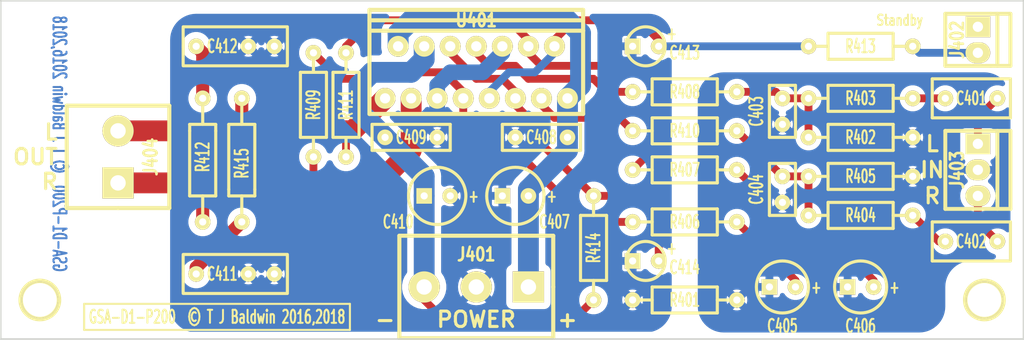
<source format=kicad_pcb>
(kicad_pcb (version 20171130) (host pcbnew 5.1.2-f72e74a~84~ubuntu18.04.1)

  (general
    (thickness 1.6)
    (drawings 18)
    (tracks 136)
    (zones 0)
    (modules 36)
    (nets 24)
  )

  (page A4)
  (title_block
    (title Diamond-1)
    (date "MAy 2019")
    (rev 2.0.0)
    (company "Gemstone Amplication")
    (comment 1 "© Tim Baldwin 2016.2019")
    (comment 2 GSA-D1-P200)
    (comment 3 "Power Amp")
    (comment 4 "Stereo Amplifier")
  )

  (layers
    (0 F.Cu signal)
    (31 B.Cu signal)
    (32 B.Adhes user)
    (33 F.Adhes user)
    (34 B.Paste user)
    (35 F.Paste user)
    (36 B.SilkS user)
    (37 F.SilkS user)
    (38 B.Mask user)
    (39 F.Mask user)
    (40 Dwgs.User user)
    (41 Cmts.User user)
    (42 Eco1.User user)
    (43 Eco2.User user)
    (44 Edge.Cuts user)
    (45 Margin user)
    (46 B.CrtYd user)
    (47 F.CrtYd user)
    (48 B.Fab user)
    (49 F.Fab user)
  )

  (setup
    (last_trace_width 0.25)
    (user_trace_width 0.254)
    (user_trace_width 0.508)
    (user_trace_width 0.635)
    (user_trace_width 0.762)
    (user_trace_width 1.27)
    (user_trace_width 1.524)
    (user_trace_width 2.032)
    (user_trace_width 2.54)
    (trace_clearance 0.2)
    (zone_clearance 0.635)
    (zone_45_only yes)
    (trace_min 0.2)
    (via_size 0.6)
    (via_drill 0.4)
    (via_min_size 0.4)
    (via_min_drill 0.3)
    (uvia_size 0.3)
    (uvia_drill 0.1)
    (uvias_allowed no)
    (uvia_min_size 0.2)
    (uvia_min_drill 0.1)
    (edge_width 0.15)
    (segment_width 0.2)
    (pcb_text_width 0.3)
    (pcb_text_size 1.5 1.5)
    (mod_edge_width 0.15)
    (mod_text_size 1 1)
    (mod_text_width 0.15)
    (pad_size 3.175 3.175)
    (pad_drill 1.5)
    (pad_to_mask_clearance 0.2)
    (aux_axis_origin 93.98 81.28)
    (grid_origin 93.98 81.28)
    (visible_elements 7FFFFF7F)
    (pcbplotparams
      (layerselection 0x010f0_80000001)
      (usegerberextensions true)
      (usegerberattributes false)
      (usegerberadvancedattributes false)
      (creategerberjobfile false)
      (excludeedgelayer true)
      (linewidth 0.100000)
      (plotframeref false)
      (viasonmask false)
      (mode 1)
      (useauxorigin true)
      (hpglpennumber 1)
      (hpglpenspeed 20)
      (hpglpendiameter 15.000000)
      (psnegative false)
      (psa4output false)
      (plotreference true)
      (plotvalue true)
      (plotinvisibletext false)
      (padsonsilk false)
      (subtractmaskfromsilk true)
      (outputformat 1)
      (mirror false)
      (drillshape 0)
      (scaleselection 1)
      (outputdirectory "gerber"))
  )

  (net 0 "")
  (net 1 GND)
  (net 2 "Net-(C401-Pad1)")
  (net 3 "Net-(C402-Pad1)")
  (net 4 "Net-(C403-Pad2)")
  (net 5 "Net-(C404-Pad2)")
  (net 6 "Net-(C405-Pad1)")
  (net 7 "Net-(C406-Pad1)")
  (net 8 "Net-(C411-Pad1)")
  (net 9 "Net-(C412-Pad1)")
  (net 10 "Net-(R406-Pad1)")
  (net 11 "Net-(R407-Pad1)")
  (net 12 "Net-(R408-Pad2)")
  (net 13 "Net-(R410-Pad2)")
  (net 14 /L-In)
  (net 15 /R-In)
  (net 16 /GND-S)
  (net 17 /V+)
  (net 18 /V-)
  (net 19 /SB)
  (net 20 /MT)
  (net 21 /Standby)
  (net 22 /L-Out)
  (net 23 /R-Out)

  (net_class Default "This is the default net class."
    (clearance 0.2)
    (trace_width 0.25)
    (via_dia 0.6)
    (via_drill 0.4)
    (uvia_dia 0.3)
    (uvia_drill 0.1)
    (add_net /GND-S)
    (add_net /L-In)
    (add_net /L-Out)
    (add_net /MT)
    (add_net /R-In)
    (add_net /R-Out)
    (add_net /SB)
    (add_net /Standby)
    (add_net /V+)
    (add_net /V-)
    (add_net GND)
    (add_net "Net-(C401-Pad1)")
    (add_net "Net-(C402-Pad1)")
    (add_net "Net-(C403-Pad2)")
    (add_net "Net-(C404-Pad2)")
    (add_net "Net-(C405-Pad1)")
    (add_net "Net-(C406-Pad1)")
    (add_net "Net-(C411-Pad1)")
    (add_net "Net-(C412-Pad1)")
    (add_net "Net-(R406-Pad1)")
    (add_net "Net-(R407-Pad1)")
    (add_net "Net-(R408-Pad2)")
    (add_net "Net-(R410-Pad2)")
  )

  (module gsa:HOLE33 (layer F.Cu) (tedit 5CCDA160) (tstamp 5A7DE942)
    (at 189.865 110.49)
    (path /5A85F274)
    (fp_text reference H401 (at 0 3.81) (layer F.SilkS) hide
      (effects (font (size 1.27 0.762) (thickness 0.1905)))
    )
    (fp_text value HOLE (at 0 -3.81) (layer F.SilkS) hide
      (effects (font (size 1.27 0.762) (thickness 0.1905)))
    )
    (fp_circle (center 0 0) (end -1.778 -0.762) (layer F.SilkS) (width 0.3048))
    (pad H thru_hole circle (at 0 0) (size 3.556 3.556) (drill 3.300001) (layers *.Cu *.Mask F.SilkS))
  )

  (module gsa:CAP740 (layer F.Cu) (tedit 5CCDA469) (tstamp 5A7DE851)
    (at 188.595 90.805)
    (path /5A85F253)
    (fp_text reference C401 (at 0 0) (layer F.SilkS)
      (effects (font (size 1.27 0.762) (thickness 0.1905)))
    )
    (fp_text value 2.2u (at 0.254 3.048) (layer F.SilkS) hide
      (effects (font (size 1.27 0.762) (thickness 0.1905)))
    )
    (fp_line (start -3.81 -1.905) (end 3.81 -1.905) (layer F.SilkS) (width 0.3048))
    (fp_line (start 3.81 1.905) (end -3.81 1.905) (layer F.SilkS) (width 0.3048))
    (fp_line (start -3.81 -1.905) (end -3.81 1.905) (layer F.SilkS) (width 0.3048))
    (fp_line (start 3.81 -1.905) (end 3.81 1.905) (layer F.SilkS) (width 0.3048))
    (pad 2 thru_hole circle (at 2.54 0) (size 1.524 1.524) (drill 0.7) (layers *.Cu *.Mask F.SilkS)
      (net 14 /L-In))
    (pad 1 thru_hole circle (at -2.54 0) (size 1.524 1.524) (drill 0.7) (layers *.Cu *.Mask F.SilkS)
      (net 2 "Net-(C401-Pad1)"))
    (model ${GSALIB}/gsa.3d/cap740.wrl
      (at (xyz 0 0 0))
      (scale (xyz 1 1 1))
      (rotate (xyz 0 0 0))
    )
  )

  (module gsa:CAP740 (layer F.Cu) (tedit 5CCDA469) (tstamp 5A7DE85A)
    (at 188.595 104.775)
    (path /5A85F266)
    (fp_text reference C402 (at 0 0) (layer F.SilkS)
      (effects (font (size 1.27 0.762) (thickness 0.1905)))
    )
    (fp_text value 2.2u (at 0.254 3.048) (layer F.SilkS) hide
      (effects (font (size 1.27 0.762) (thickness 0.1905)))
    )
    (fp_line (start -3.81 -1.905) (end 3.81 -1.905) (layer F.SilkS) (width 0.3048))
    (fp_line (start 3.81 1.905) (end -3.81 1.905) (layer F.SilkS) (width 0.3048))
    (fp_line (start -3.81 -1.905) (end -3.81 1.905) (layer F.SilkS) (width 0.3048))
    (fp_line (start 3.81 -1.905) (end 3.81 1.905) (layer F.SilkS) (width 0.3048))
    (pad 2 thru_hole circle (at 2.54 0) (size 1.524 1.524) (drill 0.7) (layers *.Cu *.Mask F.SilkS)
      (net 15 /R-In))
    (pad 1 thru_hole circle (at -2.54 0) (size 1.524 1.524) (drill 0.7) (layers *.Cu *.Mask F.SilkS)
      (net 3 "Net-(C402-Pad1)"))
    (model ${GSALIB}/gsa.3d/cap740.wrl
      (at (xyz 0 0 0))
      (scale (xyz 1 1 1))
      (rotate (xyz 0 0 0))
    )
  )

  (module gsa:ELEC5R (layer F.Cu) (tedit 5CCDB8FD) (tstamp 5A7DE875)
    (at 170.18 109.22 180)
    (path /5A85F25A)
    (fp_text reference C405 (at 0 -3.81 180) (layer F.SilkS)
      (effects (font (size 1.27 0.762) (thickness 0.1905)))
    )
    (fp_text value 47u (at 0 3.048 180) (layer F.SilkS) hide
      (effects (font (size 1.27 0.762) (thickness 0.1905)))
    )
    (fp_text user + (at -3.302 0 180) (layer F.SilkS)
      (effects (font (size 1.27 0.762) (thickness 0.1905)))
    )
    (fp_circle (center 0 0) (end -2.54 0) (layer F.SilkS) (width 0.3048))
    (pad 2 thru_hole rect (at 1.27 0 180) (size 1.524 1.524) (drill 0.7) (layers *.Cu *.Mask F.SilkS)
      (net 16 /GND-S))
    (pad 1 thru_hole circle (at -1.27 0 180) (size 1.524 1.524) (drill 0.7) (layers *.Cu *.Mask F.SilkS)
      (net 6 "Net-(C405-Pad1)"))
    (model ${GSALIB}/gsa.3d/elec5r.wrl
      (at (xyz 0 0 0))
      (scale (xyz 1 1 1))
      (rotate (xyz 0 0 0))
    )
  )

  (module gsa:ELEC5R (layer F.Cu) (tedit 5CCDB8FD) (tstamp 5A7DE87C)
    (at 177.8 109.22 180)
    (path /5A85F259)
    (fp_text reference C406 (at 0 -3.81 180) (layer F.SilkS)
      (effects (font (size 1.27 0.762) (thickness 0.1905)))
    )
    (fp_text value 47u (at 0 3.048 180) (layer F.SilkS) hide
      (effects (font (size 1.27 0.762) (thickness 0.1905)))
    )
    (fp_text user + (at -3.302 0 180) (layer F.SilkS)
      (effects (font (size 1.27 0.762) (thickness 0.1905)))
    )
    (fp_circle (center 0 0) (end -2.54 0) (layer F.SilkS) (width 0.3048))
    (pad 2 thru_hole rect (at 1.27 0 180) (size 1.524 1.524) (drill 0.7) (layers *.Cu *.Mask F.SilkS)
      (net 16 /GND-S))
    (pad 1 thru_hole circle (at -1.27 0 180) (size 1.524 1.524) (drill 0.7) (layers *.Cu *.Mask F.SilkS)
      (net 7 "Net-(C406-Pad1)"))
    (model ${GSALIB}/gsa.3d/elec5r.wrl
      (at (xyz 0 0 0))
      (scale (xyz 1 1 1))
      (rotate (xyz 0 0 0))
    )
  )

  (module gsa:ELEC6R (layer F.Cu) (tedit 5CCDB908) (tstamp 5A7DE883)
    (at 144.145 100.33 180)
    (path /5A85F257)
    (fp_text reference C407 (at -3.81 -2.54 180) (layer F.SilkS)
      (effects (font (size 1.27 0.762) (thickness 0.1905)))
    )
    (fp_text value 100u (at 0 4.064 180) (layer F.SilkS) hide
      (effects (font (size 1.27 0.762) (thickness 0.1905)))
    )
    (fp_text user + (at -3.556 0 180) (layer F.SilkS)
      (effects (font (size 1.27 0.762) (thickness 0.1905)))
    )
    (fp_circle (center 0 0) (end -2.794 0) (layer F.SilkS) (width 0.3048))
    (pad 2 thru_hole rect (at 1.27 0 180) (size 1.524 1.524) (drill 0.7) (layers *.Cu *.Mask F.SilkS)
      (net 1 GND))
    (pad 1 thru_hole circle (at -1.27 0 180) (size 1.524 1.524) (drill 0.7) (layers *.Cu *.Mask F.SilkS)
      (net 17 /V+))
    (model ${GSALIB}/gsa.3d/elec6r.wrl
      (at (xyz 0 0 0))
      (scale (xyz 1 1 1))
      (rotate (xyz 0 0 0))
    )
  )

  (module gsa:CAP725 (layer F.Cu) (tedit 5CCDA425) (tstamp 5A7DE88A)
    (at 146.685 94.615)
    (path /5A85F254)
    (fp_text reference C408 (at 0 0) (layer F.SilkS)
      (effects (font (size 1.27 0.762) (thickness 0.1905)))
    )
    (fp_text value 100n (at 0 2.54) (layer F.SilkS) hide
      (effects (font (size 1.27 0.762) (thickness 0.1905)))
    )
    (fp_line (start -3.81 -1.27) (end 3.81 -1.27) (layer F.SilkS) (width 0.3048))
    (fp_line (start -3.81 1.27) (end -3.81 -1.27) (layer F.SilkS) (width 0.3048))
    (fp_line (start 3.81 1.27) (end -3.81 1.27) (layer F.SilkS) (width 0.3048))
    (fp_line (start 3.81 -1.27) (end 3.81 1.27) (layer F.SilkS) (width 0.3048))
    (pad 2 thru_hole circle (at 2.54 0) (size 1.524 1.524) (drill 0.7) (layers *.Cu *.Mask F.SilkS)
      (net 17 /V+))
    (pad 1 thru_hole circle (at -2.54 0) (size 1.524 1.524) (drill 0.7) (layers *.Cu *.Mask F.SilkS)
      (net 1 GND))
    (model ${GSALIB}/gsa.3d/cap725.wrl
      (at (xyz 0 0 0))
      (scale (xyz 1 1 1))
      (rotate (xyz 0 0 0))
    )
  )

  (module gsa:CAP725 (layer F.Cu) (tedit 5CCDA425) (tstamp 5A7DE893)
    (at 133.985 94.615 180)
    (path /5A85F255)
    (fp_text reference C409 (at 0 0 180) (layer F.SilkS)
      (effects (font (size 1.27 0.762) (thickness 0.1905)))
    )
    (fp_text value 100n (at 0 2.54 180) (layer F.SilkS) hide
      (effects (font (size 1.27 0.762) (thickness 0.1905)))
    )
    (fp_line (start -3.81 -1.27) (end 3.81 -1.27) (layer F.SilkS) (width 0.3048))
    (fp_line (start -3.81 1.27) (end -3.81 -1.27) (layer F.SilkS) (width 0.3048))
    (fp_line (start 3.81 1.27) (end -3.81 1.27) (layer F.SilkS) (width 0.3048))
    (fp_line (start 3.81 -1.27) (end 3.81 1.27) (layer F.SilkS) (width 0.3048))
    (pad 2 thru_hole circle (at 2.54 0 180) (size 1.524 1.524) (drill 0.7) (layers *.Cu *.Mask F.SilkS)
      (net 18 /V-))
    (pad 1 thru_hole circle (at -2.54 0 180) (size 1.524 1.524) (drill 0.7) (layers *.Cu *.Mask F.SilkS)
      (net 1 GND))
    (model ${GSALIB}/gsa.3d/cap725.wrl
      (at (xyz 0 0 0))
      (scale (xyz 1 1 1))
      (rotate (xyz 0 0 0))
    )
  )

  (module gsa:ELEC6R (layer F.Cu) (tedit 5CCDB908) (tstamp 5A7DE89C)
    (at 136.525 100.33 180)
    (path /5A85F258)
    (fp_text reference C410 (at 3.81 -2.54 180) (layer F.SilkS)
      (effects (font (size 1.27 0.762) (thickness 0.1905)))
    )
    (fp_text value 100u (at 0 4.064 180) (layer F.SilkS) hide
      (effects (font (size 1.27 0.762) (thickness 0.1905)))
    )
    (fp_text user + (at -3.556 0 180) (layer F.SilkS)
      (effects (font (size 1.27 0.762) (thickness 0.1905)))
    )
    (fp_circle (center 0 0) (end -2.794 0) (layer F.SilkS) (width 0.3048))
    (pad 2 thru_hole rect (at 1.27 0 180) (size 1.524 1.524) (drill 0.7) (layers *.Cu *.Mask F.SilkS)
      (net 18 /V-))
    (pad 1 thru_hole circle (at -1.27 0 180) (size 1.524 1.524) (drill 0.7) (layers *.Cu *.Mask F.SilkS)
      (net 1 GND))
    (model ${GSALIB}/gsa.3d/elec6r.wrl
      (at (xyz 0 0 0))
      (scale (xyz 1 1 1))
      (rotate (xyz 0 0 0))
    )
  )

  (module gsa:ELEC4R (layer F.Cu) (tedit 5CCDB8F0) (tstamp 5A7DE8B5)
    (at 156.845 85.725 180)
    (path /5A85F277)
    (fp_text reference C413 (at -3.81 -0.635) (layer F.SilkS)
      (effects (font (size 1.27 0.762) (thickness 0.1905)))
    )
    (fp_text value 47u (at 0 3.048 180) (layer F.SilkS) hide
      (effects (font (size 1.27 0.762) (thickness 0.1905)))
    )
    (fp_text user + (at -2.54 1.27 180) (layer F.SilkS)
      (effects (font (size 1.27 0.762) (thickness 0.1905)))
    )
    (fp_circle (center 0 0) (end -1.905 0) (layer F.SilkS) (width 0.3048))
    (pad 2 thru_hole rect (at 1.27 0 180) (size 1.524 1.524) (drill 0.7) (layers *.Cu *.Mask F.SilkS)
      (net 1 GND))
    (pad 1 thru_hole circle (at -1.27 0 180) (size 1.524 1.524) (drill 0.7) (layers *.Cu *.Mask F.SilkS)
      (net 19 /SB))
    (model ${GSALIB}/gsa.3d/elec4r.wrl
      (at (xyz 0 0 0))
      (scale (xyz 1 1 1))
      (rotate (xyz 0 0 0))
    )
  )

  (module gsa:HOLE33 (layer F.Cu) (tedit 5CCDA160) (tstamp 5A7DE947)
    (at 97.79 110.49)
    (path /5A85F273)
    (fp_text reference H402 (at 0 3.81) (layer F.SilkS) hide
      (effects (font (size 1.27 0.762) (thickness 0.1905)))
    )
    (fp_text value HOLE (at 0 -3.81) (layer F.SilkS) hide
      (effects (font (size 1.27 0.762) (thickness 0.1905)))
    )
    (fp_circle (center 0 0) (end -1.778 -0.762) (layer F.SilkS) (width 0.3048))
    (pad H thru_hole circle (at 0 0) (size 3.556 3.556) (drill 3.300001) (layers *.Cu *.Mask F.SilkS))
  )

  (module gsa:SCREW3 (layer F.Cu) (tedit 5CCDA915) (tstamp 5A7DE9D2)
    (at 140.335 109.22 180)
    (path /5A85F267)
    (fp_text reference J401 (at 0 3.175 180) (layer F.SilkS)
      (effects (font (size 1.27 1.016) (thickness 0.254)))
    )
    (fp_text value CONN-3 (at 0 3 180) (layer F.SilkS) hide
      (effects (font (size 1.27 0.762) (thickness 0.1905)))
    )
    (fp_line (start -7.5 5) (end -7.5 0) (layer F.SilkS) (width 0.4))
    (fp_line (start -7.5 0) (end -7.5 -5) (layer F.SilkS) (width 0.4))
    (fp_line (start 7.5 -5) (end 7.5 5) (layer F.SilkS) (width 0.4))
    (fp_line (start -7.5 -5) (end 7.5 -5) (layer F.SilkS) (width 0.4))
    (fp_line (start -7.5 5) (end 7.5 5) (layer F.SilkS) (width 0.4))
    (pad 3 thru_hole circle (at 5.08 0 180) (size 3.048 3.048) (drill 1.5) (layers *.Cu *.Mask F.SilkS)
      (net 18 /V-))
    (pad 2 thru_hole circle (at 0 0 180) (size 3.048 3.048) (drill 1.5) (layers *.Cu *.Mask F.SilkS)
      (net 1 GND))
    (pad 1 thru_hole rect (at -5.08 0 180) (size 3.048 3.048) (drill 1.5) (layers *.Cu *.Mask F.SilkS)
      (net 17 /V+))
    (model ${GSALIB}/gsa.3d/screw3.wrl
      (at (xyz 0 0 0))
      (scale (xyz 1 1 1))
      (rotate (xyz 0 0 0))
    )
  )

  (module gsa:SCREW2 (layer F.Cu) (tedit 5CCDA8FA) (tstamp 5A7DE9F5)
    (at 105.41 96.52 90)
    (path /5A85F26A)
    (fp_text reference J404 (at 0 3.175 270) (layer F.SilkS)
      (effects (font (size 1.27 1.016) (thickness 0.254)))
    )
    (fp_text value CONN-2 (at 0 3 90) (layer F.SilkS) hide
      (effects (font (size 1.27 0.762) (thickness 0.1905)))
    )
    (fp_line (start -5 5) (end -5 0) (layer F.SilkS) (width 0.4))
    (fp_line (start 5 -5) (end 5 5) (layer F.SilkS) (width 0.4))
    (fp_line (start -5 0) (end -5 -5) (layer F.SilkS) (width 0.4))
    (fp_line (start -5 -5) (end 5 -5) (layer F.SilkS) (width 0.4))
    (fp_line (start -5 5) (end 5 5) (layer F.SilkS) (width 0.4))
    (pad 2 thru_hole circle (at 2.54 0 90) (size 3.048 3.048) (drill 1.5) (layers *.Cu *.Mask F.SilkS)
      (net 23 /R-Out))
    (pad 1 thru_hole rect (at -2.54 0 90) (size 3.048 3.048) (drill 1.5) (layers *.Cu *.Mask F.SilkS)
      (net 22 /L-Out))
    (model ${GSALIB}/gsa.3d/screw2.wrl
      (at (xyz 0 0 0))
      (scale (xyz 1 1 1))
      (rotate (xyz 0 0 0))
    )
  )

  (module gsa:RES10 (layer F.Cu) (tedit 5CCDA89F) (tstamp 5A7DEA7D)
    (at 160.655 110.49)
    (path /5A85F26D)
    (fp_text reference R401 (at 0 0) (layer F.SilkS)
      (effects (font (size 1.27 0.762) (thickness 0.1905)))
    )
    (fp_text value 5R6 (at 0 2.54) (layer F.SilkS) hide
      (effects (font (size 1.27 0.762) (thickness 0.1905)))
    )
    (fp_line (start 3.175 -1.27) (end -3.175 -1.27) (layer F.SilkS) (width 0.3048))
    (fp_line (start 3.175 1.27) (end 3.175 -1.27) (layer F.SilkS) (width 0.3048))
    (fp_line (start -3.175 1.27) (end 3.175 1.27) (layer F.SilkS) (width 0.3048))
    (fp_line (start -3.175 -1.27) (end -3.175 1.27) (layer F.SilkS) (width 0.3048))
    (fp_line (start 3.175 0) (end 5.08 0) (layer F.SilkS) (width 0.3048))
    (fp_line (start -3.175 0) (end -5.08 0) (layer F.SilkS) (width 0.3048))
    (pad 2 thru_hole circle (at 5.08 0) (size 1.524 1.524) (drill 0.7) (layers *.Cu *.Mask F.SilkS)
      (net 16 /GND-S))
    (pad 1 thru_hole circle (at -5.08 0) (size 1.524 1.524) (drill 0.7) (layers *.Cu *.Mask F.SilkS)
      (net 1 GND))
    (model ${GSALIB}/gsa.3d/res10.wrl
      (at (xyz 0 0 0))
      (scale (xyz 1 1 1))
      (rotate (xyz 0 0 0))
    )
  )

  (module gsa:RES10 (layer F.Cu) (tedit 5CCDA89F) (tstamp 5A7DEA88)
    (at 177.8 94.615)
    (path /5A85F264)
    (fp_text reference R402 (at 0 0) (layer F.SilkS)
      (effects (font (size 1.27 0.762) (thickness 0.1905)))
    )
    (fp_text value 47k (at 0 2.54) (layer F.SilkS) hide
      (effects (font (size 1.27 0.762) (thickness 0.1905)))
    )
    (fp_line (start 3.175 -1.27) (end -3.175 -1.27) (layer F.SilkS) (width 0.3048))
    (fp_line (start 3.175 1.27) (end 3.175 -1.27) (layer F.SilkS) (width 0.3048))
    (fp_line (start -3.175 1.27) (end 3.175 1.27) (layer F.SilkS) (width 0.3048))
    (fp_line (start -3.175 -1.27) (end -3.175 1.27) (layer F.SilkS) (width 0.3048))
    (fp_line (start 3.175 0) (end 5.08 0) (layer F.SilkS) (width 0.3048))
    (fp_line (start -3.175 0) (end -5.08 0) (layer F.SilkS) (width 0.3048))
    (pad 2 thru_hole circle (at 5.08 0) (size 1.524 1.524) (drill 0.7) (layers *.Cu *.Mask F.SilkS)
      (net 16 /GND-S))
    (pad 1 thru_hole circle (at -5.08 0) (size 1.524 1.524) (drill 0.7) (layers *.Cu *.Mask F.SilkS)
      (net 4 "Net-(C403-Pad2)"))
    (model ${GSALIB}/gsa.3d/res10.wrl
      (at (xyz 0 0 0))
      (scale (xyz 1 1 1))
      (rotate (xyz 0 0 0))
    )
  )

  (module gsa:RES10 (layer F.Cu) (tedit 5CCDA89F) (tstamp 5A7DEA93)
    (at 177.8 90.805 180)
    (path /5A85F26B)
    (fp_text reference R403 (at 0 0 180) (layer F.SilkS)
      (effects (font (size 1.27 0.762) (thickness 0.1905)))
    )
    (fp_text value 1k (at 0 2.54 180) (layer F.SilkS) hide
      (effects (font (size 1.27 0.762) (thickness 0.1905)))
    )
    (fp_line (start 3.175 -1.27) (end -3.175 -1.27) (layer F.SilkS) (width 0.3048))
    (fp_line (start 3.175 1.27) (end 3.175 -1.27) (layer F.SilkS) (width 0.3048))
    (fp_line (start -3.175 1.27) (end 3.175 1.27) (layer F.SilkS) (width 0.3048))
    (fp_line (start -3.175 -1.27) (end -3.175 1.27) (layer F.SilkS) (width 0.3048))
    (fp_line (start 3.175 0) (end 5.08 0) (layer F.SilkS) (width 0.3048))
    (fp_line (start -3.175 0) (end -5.08 0) (layer F.SilkS) (width 0.3048))
    (pad 2 thru_hole circle (at 5.08 0 180) (size 1.524 1.524) (drill 0.7) (layers *.Cu *.Mask F.SilkS)
      (net 4 "Net-(C403-Pad2)"))
    (pad 1 thru_hole circle (at -5.08 0 180) (size 1.524 1.524) (drill 0.7) (layers *.Cu *.Mask F.SilkS)
      (net 2 "Net-(C401-Pad1)"))
    (model ${GSALIB}/gsa.3d/res10.wrl
      (at (xyz 0 0 0))
      (scale (xyz 1 1 1))
      (rotate (xyz 0 0 0))
    )
  )

  (module gsa:RES10 (layer F.Cu) (tedit 5CCDA89F) (tstamp 5A7DEA9E)
    (at 177.8 102.235 180)
    (path /5A85F26C)
    (fp_text reference R404 (at 0 0 180) (layer F.SilkS)
      (effects (font (size 1.27 0.762) (thickness 0.1905)))
    )
    (fp_text value 1k (at 0 2.54 180) (layer F.SilkS) hide
      (effects (font (size 1.27 0.762) (thickness 0.1905)))
    )
    (fp_line (start 3.175 -1.27) (end -3.175 -1.27) (layer F.SilkS) (width 0.3048))
    (fp_line (start 3.175 1.27) (end 3.175 -1.27) (layer F.SilkS) (width 0.3048))
    (fp_line (start -3.175 1.27) (end 3.175 1.27) (layer F.SilkS) (width 0.3048))
    (fp_line (start -3.175 -1.27) (end -3.175 1.27) (layer F.SilkS) (width 0.3048))
    (fp_line (start 3.175 0) (end 5.08 0) (layer F.SilkS) (width 0.3048))
    (fp_line (start -3.175 0) (end -5.08 0) (layer F.SilkS) (width 0.3048))
    (pad 2 thru_hole circle (at 5.08 0 180) (size 1.524 1.524) (drill 0.7) (layers *.Cu *.Mask F.SilkS)
      (net 5 "Net-(C404-Pad2)"))
    (pad 1 thru_hole circle (at -5.08 0 180) (size 1.524 1.524) (drill 0.7) (layers *.Cu *.Mask F.SilkS)
      (net 3 "Net-(C402-Pad1)"))
    (model ${GSALIB}/gsa.3d/res10.wrl
      (at (xyz 0 0 0))
      (scale (xyz 1 1 1))
      (rotate (xyz 0 0 0))
    )
  )

  (module gsa:RES10 (layer F.Cu) (tedit 5CCDA89F) (tstamp 5A7DEAA9)
    (at 177.8 98.425)
    (path /5A85F265)
    (fp_text reference R405 (at 0 0) (layer F.SilkS)
      (effects (font (size 1.27 0.762) (thickness 0.1905)))
    )
    (fp_text value 47k (at 0 2.54) (layer F.SilkS) hide
      (effects (font (size 1.27 0.762) (thickness 0.1905)))
    )
    (fp_line (start 3.175 -1.27) (end -3.175 -1.27) (layer F.SilkS) (width 0.3048))
    (fp_line (start 3.175 1.27) (end 3.175 -1.27) (layer F.SilkS) (width 0.3048))
    (fp_line (start -3.175 1.27) (end 3.175 1.27) (layer F.SilkS) (width 0.3048))
    (fp_line (start -3.175 -1.27) (end -3.175 1.27) (layer F.SilkS) (width 0.3048))
    (fp_line (start 3.175 0) (end 5.08 0) (layer F.SilkS) (width 0.3048))
    (fp_line (start -3.175 0) (end -5.08 0) (layer F.SilkS) (width 0.3048))
    (pad 2 thru_hole circle (at 5.08 0) (size 1.524 1.524) (drill 0.7) (layers *.Cu *.Mask F.SilkS)
      (net 16 /GND-S))
    (pad 1 thru_hole circle (at -5.08 0) (size 1.524 1.524) (drill 0.7) (layers *.Cu *.Mask F.SilkS)
      (net 5 "Net-(C404-Pad2)"))
    (model ${GSALIB}/gsa.3d/res10.wrl
      (at (xyz 0 0 0))
      (scale (xyz 1 1 1))
      (rotate (xyz 0 0 0))
    )
  )

  (module gsa:RES10 (layer F.Cu) (tedit 5CCDA89F) (tstamp 5A7DEAB4)
    (at 160.655 102.87)
    (path /5A85F260)
    (fp_text reference R406 (at 0 0) (layer F.SilkS)
      (effects (font (size 1.27 0.762) (thickness 0.1905)))
    )
    (fp_text value 1k (at 0 2.54) (layer F.SilkS) hide
      (effects (font (size 1.27 0.762) (thickness 0.1905)))
    )
    (fp_line (start 3.175 -1.27) (end -3.175 -1.27) (layer F.SilkS) (width 0.3048))
    (fp_line (start 3.175 1.27) (end 3.175 -1.27) (layer F.SilkS) (width 0.3048))
    (fp_line (start -3.175 1.27) (end 3.175 1.27) (layer F.SilkS) (width 0.3048))
    (fp_line (start -3.175 -1.27) (end -3.175 1.27) (layer F.SilkS) (width 0.3048))
    (fp_line (start 3.175 0) (end 5.08 0) (layer F.SilkS) (width 0.3048))
    (fp_line (start -3.175 0) (end -5.08 0) (layer F.SilkS) (width 0.3048))
    (pad 2 thru_hole circle (at 5.08 0) (size 1.524 1.524) (drill 0.7) (layers *.Cu *.Mask F.SilkS)
      (net 6 "Net-(C405-Pad1)"))
    (pad 1 thru_hole circle (at -5.08 0) (size 1.524 1.524) (drill 0.7) (layers *.Cu *.Mask F.SilkS)
      (net 10 "Net-(R406-Pad1)"))
    (model ${GSALIB}/gsa.3d/res10.wrl
      (at (xyz 0 0 0))
      (scale (xyz 1 1 1))
      (rotate (xyz 0 0 0))
    )
  )

  (module gsa:RES10 (layer F.Cu) (tedit 5CCDA89F) (tstamp 5A7DEABF)
    (at 160.655 97.79)
    (path /5A85F25F)
    (fp_text reference R407 (at 0 0) (layer F.SilkS)
      (effects (font (size 1.27 0.762) (thickness 0.1905)))
    )
    (fp_text value 1k (at 0 2.54) (layer F.SilkS) hide
      (effects (font (size 1.27 0.762) (thickness 0.1905)))
    )
    (fp_line (start 3.175 -1.27) (end -3.175 -1.27) (layer F.SilkS) (width 0.3048))
    (fp_line (start 3.175 1.27) (end 3.175 -1.27) (layer F.SilkS) (width 0.3048))
    (fp_line (start -3.175 1.27) (end 3.175 1.27) (layer F.SilkS) (width 0.3048))
    (fp_line (start -3.175 -1.27) (end -3.175 1.27) (layer F.SilkS) (width 0.3048))
    (fp_line (start 3.175 0) (end 5.08 0) (layer F.SilkS) (width 0.3048))
    (fp_line (start -3.175 0) (end -5.08 0) (layer F.SilkS) (width 0.3048))
    (pad 2 thru_hole circle (at 5.08 0) (size 1.524 1.524) (drill 0.7) (layers *.Cu *.Mask F.SilkS)
      (net 7 "Net-(C406-Pad1)"))
    (pad 1 thru_hole circle (at -5.08 0) (size 1.524 1.524) (drill 0.7) (layers *.Cu *.Mask F.SilkS)
      (net 11 "Net-(R407-Pad1)"))
    (model ${GSALIB}/gsa.3d/res10.wrl
      (at (xyz 0 0 0))
      (scale (xyz 1 1 1))
      (rotate (xyz 0 0 0))
    )
  )

  (module gsa:RES10 (layer F.Cu) (tedit 5CCDA89F) (tstamp 5A7DEACA)
    (at 160.655 90.17 180)
    (path /5A85F25B)
    (fp_text reference R408 (at 0 0 180) (layer F.SilkS)
      (effects (font (size 1.27 0.762) (thickness 0.1905)))
    )
    (fp_text value 1k (at 0 2.54 180) (layer F.SilkS) hide
      (effects (font (size 1.27 0.762) (thickness 0.1905)))
    )
    (fp_line (start 3.175 -1.27) (end -3.175 -1.27) (layer F.SilkS) (width 0.3048))
    (fp_line (start 3.175 1.27) (end 3.175 -1.27) (layer F.SilkS) (width 0.3048))
    (fp_line (start -3.175 1.27) (end 3.175 1.27) (layer F.SilkS) (width 0.3048))
    (fp_line (start -3.175 -1.27) (end -3.175 1.27) (layer F.SilkS) (width 0.3048))
    (fp_line (start 3.175 0) (end 5.08 0) (layer F.SilkS) (width 0.3048))
    (fp_line (start -3.175 0) (end -5.08 0) (layer F.SilkS) (width 0.3048))
    (pad 2 thru_hole circle (at 5.08 0 180) (size 1.524 1.524) (drill 0.7) (layers *.Cu *.Mask F.SilkS)
      (net 12 "Net-(R408-Pad2)"))
    (pad 1 thru_hole circle (at -5.08 0 180) (size 1.524 1.524) (drill 0.7) (layers *.Cu *.Mask F.SilkS)
      (net 4 "Net-(C403-Pad2)"))
    (model ${GSALIB}/gsa.3d/res10.wrl
      (at (xyz 0 0 0))
      (scale (xyz 1 1 1))
      (rotate (xyz 0 0 0))
    )
  )

  (module gsa:RES10 (layer F.Cu) (tedit 5CCDA89F) (tstamp 5A7DEAE0)
    (at 160.655 93.98 180)
    (path /5A85F25C)
    (fp_text reference R410 (at 0 0 180) (layer F.SilkS)
      (effects (font (size 1.27 0.762) (thickness 0.1905)))
    )
    (fp_text value 1k (at 0 2.54 180) (layer F.SilkS) hide
      (effects (font (size 1.27 0.762) (thickness 0.1905)))
    )
    (fp_line (start 3.175 -1.27) (end -3.175 -1.27) (layer F.SilkS) (width 0.3048))
    (fp_line (start 3.175 1.27) (end 3.175 -1.27) (layer F.SilkS) (width 0.3048))
    (fp_line (start -3.175 1.27) (end 3.175 1.27) (layer F.SilkS) (width 0.3048))
    (fp_line (start -3.175 -1.27) (end -3.175 1.27) (layer F.SilkS) (width 0.3048))
    (fp_line (start 3.175 0) (end 5.08 0) (layer F.SilkS) (width 0.3048))
    (fp_line (start -3.175 0) (end -5.08 0) (layer F.SilkS) (width 0.3048))
    (pad 2 thru_hole circle (at 5.08 0 180) (size 1.524 1.524) (drill 0.7) (layers *.Cu *.Mask F.SilkS)
      (net 13 "Net-(R410-Pad2)"))
    (pad 1 thru_hole circle (at -5.08 0 180) (size 1.524 1.524) (drill 0.7) (layers *.Cu *.Mask F.SilkS)
      (net 5 "Net-(C404-Pad2)"))
    (model ${GSALIB}/gsa.3d/res10.wrl
      (at (xyz 0 0 0))
      (scale (xyz 1 1 1))
      (rotate (xyz 0 0 0))
    )
  )

  (module gsa:RES12 (layer F.Cu) (tedit 5CCDA8B2) (tstamp 5A7DEAF6)
    (at 113.665 97.155 270)
    (path /5A85F261)
    (fp_text reference R412 (at -0.635 0 270) (layer F.SilkS)
      (effects (font (size 1.27 0.762) (thickness 0.1905)))
    )
    (fp_text value 4R7 (at 0 2.54 270) (layer F.SilkS) hide
      (effects (font (size 1.27 0.762) (thickness 0.1905)))
    )
    (fp_line (start 3.175 -1.27) (end -3.175 -1.27) (layer F.SilkS) (width 0.3048))
    (fp_line (start 3.175 1.27) (end 3.175 -1.27) (layer F.SilkS) (width 0.3048))
    (fp_line (start -3.175 1.27) (end 3.175 1.27) (layer F.SilkS) (width 0.3048))
    (fp_line (start -3.81 -1.27) (end -3.81 1.27) (layer F.SilkS) (width 0.3048))
    (fp_line (start 3.175 0) (end 5.71 0) (layer F.SilkS) (width 0.3048))
    (fp_line (start -3.81 0) (end -6.35 0) (layer F.SilkS) (width 0.3048))
    (fp_line (start -3.81 -1.27) (end -3.175 -1.27) (layer F.SilkS) (width 0.3))
    (fp_line (start -3.175 1.27) (end -3.81 1.27) (layer F.SilkS) (width 0.3))
    (pad 2 thru_hole circle (at 5.715 0 270) (size 1.524 1.524) (drill 0.7) (layers *.Cu *.Mask F.SilkS)
      (net 22 /L-Out))
    (pad 1 thru_hole circle (at -6.35 0 270) (size 1.524 1.524) (drill 0.7) (layers *.Cu *.Mask F.SilkS)
      (net 9 "Net-(C412-Pad1)"))
    (model ${GSALIB}/gsa.3d/res12.wrl
      (at (xyz 0 0 0))
      (scale (xyz 1 1 1))
      (rotate (xyz 0 0 0))
    )
  )

  (module gsa:RES10 (layer F.Cu) (tedit 5CCDA89F) (tstamp 5A7DEB03)
    (at 177.8 85.725)
    (path /5A85F27A)
    (fp_text reference R413 (at 0 0) (layer F.SilkS)
      (effects (font (size 1.27 0.762) (thickness 0.1905)))
    )
    (fp_text value 10k (at 0 2.54) (layer F.SilkS) hide
      (effects (font (size 1.27 0.762) (thickness 0.1905)))
    )
    (fp_line (start 3.175 -1.27) (end -3.175 -1.27) (layer F.SilkS) (width 0.3048))
    (fp_line (start 3.175 1.27) (end 3.175 -1.27) (layer F.SilkS) (width 0.3048))
    (fp_line (start -3.175 1.27) (end 3.175 1.27) (layer F.SilkS) (width 0.3048))
    (fp_line (start -3.175 -1.27) (end -3.175 1.27) (layer F.SilkS) (width 0.3048))
    (fp_line (start 3.175 0) (end 5.08 0) (layer F.SilkS) (width 0.3048))
    (fp_line (start -3.175 0) (end -5.08 0) (layer F.SilkS) (width 0.3048))
    (pad 2 thru_hole circle (at 5.08 0) (size 1.524 1.524) (drill 0.7) (layers *.Cu *.Mask F.SilkS)
      (net 21 /Standby))
    (pad 1 thru_hole circle (at -5.08 0) (size 1.524 1.524) (drill 0.7) (layers *.Cu *.Mask F.SilkS)
      (net 19 /SB))
    (model ${GSALIB}/gsa.3d/res10.wrl
      (at (xyz 0 0 0))
      (scale (xyz 1 1 1))
      (rotate (xyz 0 0 0))
    )
  )

  (module gsa:RES12 (layer F.Cu) (tedit 5CCDA8B2) (tstamp 5A7DEB19)
    (at 117.475 96.52 90)
    (path /5A85F263)
    (fp_text reference R415 (at -0.635 0 90) (layer F.SilkS)
      (effects (font (size 1.27 0.762) (thickness 0.1905)))
    )
    (fp_text value 4R7 (at 0 2.54 90) (layer F.SilkS) hide
      (effects (font (size 1.27 0.762) (thickness 0.1905)))
    )
    (fp_line (start 3.175 -1.27) (end -3.175 -1.27) (layer F.SilkS) (width 0.3048))
    (fp_line (start 3.175 1.27) (end 3.175 -1.27) (layer F.SilkS) (width 0.3048))
    (fp_line (start -3.175 1.27) (end 3.175 1.27) (layer F.SilkS) (width 0.3048))
    (fp_line (start -3.81 -1.27) (end -3.81 1.27) (layer F.SilkS) (width 0.3048))
    (fp_line (start 3.175 0) (end 5.71 0) (layer F.SilkS) (width 0.3048))
    (fp_line (start -3.81 0) (end -6.35 0) (layer F.SilkS) (width 0.3048))
    (fp_line (start -3.81 -1.27) (end -3.175 -1.27) (layer F.SilkS) (width 0.3))
    (fp_line (start -3.175 1.27) (end -3.81 1.27) (layer F.SilkS) (width 0.3))
    (pad 2 thru_hole circle (at 5.715 0 90) (size 1.524 1.524) (drill 0.7) (layers *.Cu *.Mask F.SilkS)
      (net 23 /R-Out))
    (pad 1 thru_hole circle (at -6.35 0 90) (size 1.524 1.524) (drill 0.7) (layers *.Cu *.Mask F.SilkS)
      (net 8 "Net-(C411-Pad1)"))
    (model ${GSALIB}/gsa.3d/res12.wrl
      (at (xyz 0 0 0))
      (scale (xyz 1 1 1))
      (rotate (xyz 0 0 0))
    )
  )

  (module gsa:TO220-15 (layer F.Cu) (tedit 5CCDAB63) (tstamp 5A7DEBFF)
    (at 140.335 85.725)
    (path /5A85F252)
    (fp_text reference U401 (at 0 -2.54) (layer F.SilkS)
      (effects (font (size 1.27 1.016) (thickness 0.254)))
    )
    (fp_text value LM1876 (at 0 2.54) (layer F.SilkS) hide
      (effects (font (size 1.27 1.016) (thickness 0.254)))
    )
    (fp_line (start -10.414 6.604) (end 10.414 6.604) (layer F.SilkS) (width 0.4))
    (fp_line (start -10.414 -1.524) (end 10.414 -1.524) (layer F.SilkS) (width 0.4))
    (fp_line (start -10.414 -4.318) (end 10.414 -4.318) (layer Dwgs.User) (width 0.4))
    (fp_line (start 1.27 -3.556) (end 1.27 -4.318) (layer Dwgs.User) (width 0.4))
    (fp_line (start -1.524 -3.556) (end 1.27 -3.556) (layer Dwgs.User) (width 0.4))
    (fp_line (start -1.524 -4.318) (end -1.524 -3.556) (layer Dwgs.User) (width 0.4))
    (fp_line (start -10.414 -1.524) (end -10.414 6.604) (layer F.SilkS) (width 0.4))
    (fp_line (start 10.414 -1.524) (end 10.414 6.604) (layer F.SilkS) (width 0.4))
    (fp_line (start 10.414 -3.556) (end 10.414 -1.524) (layer F.SilkS) (width 0.4))
    (fp_line (start -10.414 -3.556) (end 10.414 -3.556) (layer F.SilkS) (width 0.4))
    (fp_line (start -10.414 -3.302) (end -10.414 -3.556) (layer F.SilkS) (width 0.4))
    (fp_line (start -10.414 -1.524) (end -10.414 -3.302) (layer F.SilkS) (width 0.4))
    (fp_line (start -10.414 -2.54) (end 10.414 -2.54) (layer F.SilkS) (width 0.4))
    (fp_line (start -10.414 -4.318) (end -10.414 -3.556) (layer Dwgs.User) (width 0.4))
    (fp_line (start 10.414 -4.318) (end 10.414 -3.556) (layer Dwgs.User) (width 0.4))
    (pad 6 thru_hole circle (at -2.54 0) (size 2.032 2.032) (drill 1) (layers *.Cu *.Mask F.SilkS)
      (net 20 /MT))
    (pad 8 thru_hole circle (at 0 0) (size 2.032 2.032) (drill 1) (layers *.Cu *.Mask F.SilkS)
      (net 12 "Net-(R408-Pad2)"))
    (pad 14 thru_hole circle (at 7.62 0) (size 2.032 2.032) (drill 1) (layers *.Cu *.Mask F.SilkS)
      (net 19 /SB))
    (pad 4 thru_hole circle (at -5.08 0) (size 2.032 2.032) (drill 1) (layers *.Cu *.Mask F.SilkS)
      (net 18 /V-))
    (pad 2 thru_hole circle (at -7.62 0) (size 2.032 2.032) (drill 1) (layers *.Cu *.Mask F.SilkS)
      (net 17 /V+))
    (pad 10 thru_hole circle (at 2.54 0) (size 2.032 2.032) (drill 1) (layers *.Cu *.Mask F.SilkS)
      (net 1 GND))
    (pad 12 thru_hole circle (at 5.08 0) (size 2.032 2.032) (drill 1) (layers *.Cu *.Mask F.SilkS)
      (net 11 "Net-(R407-Pad1)"))
    (pad 15 thru_hole circle (at 8.89 5.08) (size 2.032 2.032) (drill 1) (layers *.Cu *.Mask F.SilkS)
      (net 17 /V+))
    (pad 13 thru_hole circle (at 6.35 5.08) (size 2.032 2.032) (drill 1) (layers *.Cu *.Mask F.SilkS)
      (net 13 "Net-(R410-Pad2)"))
    (pad 11 thru_hole circle (at 3.81 5.08) (size 2.032 2.032) (drill 1) (layers *.Cu *.Mask F.SilkS)
      (net 20 /MT))
    (pad 9 thru_hole circle (at 1.27 5.08) (size 2.032 2.032) (drill 1) (layers *.Cu *.Mask F.SilkS)
      (net 19 /SB))
    (pad 1 thru_hole circle (at -8.89 5.08) (size 2.032 2.032) (drill 1) (layers *.Cu *.Mask F.SilkS)
      (net 23 /R-Out))
    (pad 3 thru_hole circle (at -6.35 5.08) (size 2.032 2.032) (drill 1) (layers *.Cu *.Mask F.SilkS)
      (net 22 /L-Out))
    (pad 7 thru_hole circle (at -1.27 5.08) (size 2.032 2.032) (drill 1) (layers *.Cu *.Mask F.SilkS)
      (net 10 "Net-(R406-Pad1)"))
    (pad 5 thru_hole circle (at -3.81 5.08) (size 2.032 2.032) (drill 1) (layers *.Cu *.Mask F.SilkS)
      (net 1 GND))
    (model ${GSALIB}/gsa.3d/to220-15.wrl
      (at (xyz 0 0 0))
      (scale (xyz 1 1 1))
      (rotate (xyz 0 0 0))
    )
  )

  (module gsa:ELEC4R (layer F.Cu) (tedit 5CCDB8F0) (tstamp 5A80636D)
    (at 156.845 106.68 180)
    (path /5A85F278)
    (fp_text reference C414 (at -3.81 -0.635 180) (layer F.SilkS)
      (effects (font (size 1.27 0.762) (thickness 0.1905)))
    )
    (fp_text value 47u (at 0 3.048 180) (layer F.SilkS) hide
      (effects (font (size 1.27 0.762) (thickness 0.1905)))
    )
    (fp_text user + (at -2.54 1.27 180) (layer F.SilkS)
      (effects (font (size 1.27 0.762) (thickness 0.1905)))
    )
    (fp_circle (center 0 0) (end -1.905 0) (layer F.SilkS) (width 0.3048))
    (pad 2 thru_hole rect (at 1.27 0 180) (size 1.524 1.524) (drill 0.7) (layers *.Cu *.Mask F.SilkS)
      (net 1 GND))
    (pad 1 thru_hole circle (at -1.27 0 180) (size 1.524 1.524) (drill 0.7) (layers *.Cu *.Mask F.SilkS)
      (net 20 /MT))
    (model ${GSALIB}/gsa.3d/elec4r.wrl
      (at (xyz 0 0 0))
      (scale (xyz 1 1 1))
      (rotate (xyz 0 0 0))
    )
  )

  (module gsa:RES10 (layer F.Cu) (tedit 5CCDA89F) (tstamp 5A80644E)
    (at 151.765 105.41 90)
    (path /5A85F279)
    (fp_text reference R414 (at 0 0 90) (layer F.SilkS)
      (effects (font (size 1.27 0.762) (thickness 0.1905)))
    )
    (fp_text value 18k (at 0 2.54 90) (layer F.SilkS) hide
      (effects (font (size 1.27 0.762) (thickness 0.1905)))
    )
    (fp_line (start 3.175 -1.27) (end -3.175 -1.27) (layer F.SilkS) (width 0.3048))
    (fp_line (start 3.175 1.27) (end 3.175 -1.27) (layer F.SilkS) (width 0.3048))
    (fp_line (start -3.175 1.27) (end 3.175 1.27) (layer F.SilkS) (width 0.3048))
    (fp_line (start -3.175 -1.27) (end -3.175 1.27) (layer F.SilkS) (width 0.3048))
    (fp_line (start 3.175 0) (end 5.08 0) (layer F.SilkS) (width 0.3048))
    (fp_line (start -3.175 0) (end -5.08 0) (layer F.SilkS) (width 0.3048))
    (pad 2 thru_hole circle (at 5.08 0 90) (size 1.524 1.524) (drill 0.7) (layers *.Cu *.Mask F.SilkS)
      (net 20 /MT))
    (pad 1 thru_hole circle (at -5.08 0 90) (size 1.524 1.524) (drill 0.7) (layers *.Cu *.Mask F.SilkS)
      (net 18 /V-))
    (model ${GSALIB}/gsa.3d/res10.wrl
      (at (xyz 0 0 0))
      (scale (xyz 1 1 1))
      (rotate (xyz 0 0 0))
    )
  )

  (module gsa:CAP-C25 (layer F.Cu) (tedit 5CCDA3F9) (tstamp 5A7DE86C)
    (at 170.18 99.695 90)
    (path /5A85F269)
    (fp_text reference C404 (at 0 -2.54 90) (layer F.SilkS)
      (effects (font (size 1.27 0.762) (thickness 0.1905)))
    )
    (fp_text value 220p (at 0 2.54 90) (layer F.SilkS) hide
      (effects (font (size 1.27 0.762) (thickness 0.1905)))
    )
    (fp_line (start -2.54 1.27) (end -2.54 -1.27) (layer F.SilkS) (width 0.3048))
    (fp_line (start 2.54 -1.27) (end 2.54 1.27) (layer F.SilkS) (width 0.3048))
    (fp_line (start -2.54 1.27) (end 2.54 1.27) (layer F.SilkS) (width 0.3048))
    (fp_line (start -2.54 -1.27) (end 2.54 -1.27) (layer F.SilkS) (width 0.3048))
    (pad 2 thru_hole circle (at 1.27 0 90) (size 1.524 1.524) (drill 0.7) (layers *.Cu *.Mask F.SilkS)
      (net 5 "Net-(C404-Pad2)"))
    (pad 1 thru_hole circle (at -1.27 0 90) (size 1.524 1.524) (drill 0.7) (layers *.Cu *.Mask F.SilkS)
      (net 16 /GND-S))
    (model ${GSALIB}/gsa.3d/cap-c5.wrl
      (at (xyz 0 0 0))
      (scale (xyz 1 1 1))
      (rotate (xyz 0 0 0))
    )
  )

  (module gsa:CAP-C25 (layer F.Cu) (tedit 5CCDA3F9) (tstamp 5A7DE863)
    (at 170.18 92.075 90)
    (path /5A85F268)
    (fp_text reference C403 (at 0 -2.54 90) (layer F.SilkS)
      (effects (font (size 1.27 0.762) (thickness 0.1905)))
    )
    (fp_text value 220p (at 0 2.54 90) (layer F.SilkS) hide
      (effects (font (size 1.27 0.762) (thickness 0.1905)))
    )
    (fp_line (start -2.54 1.27) (end -2.54 -1.27) (layer F.SilkS) (width 0.3048))
    (fp_line (start 2.54 -1.27) (end 2.54 1.27) (layer F.SilkS) (width 0.3048))
    (fp_line (start -2.54 1.27) (end 2.54 1.27) (layer F.SilkS) (width 0.3048))
    (fp_line (start -2.54 -1.27) (end 2.54 -1.27) (layer F.SilkS) (width 0.3048))
    (pad 2 thru_hole circle (at 1.27 0 90) (size 1.524 1.524) (drill 0.7) (layers *.Cu *.Mask F.SilkS)
      (net 4 "Net-(C403-Pad2)"))
    (pad 1 thru_hole circle (at -1.27 0 90) (size 1.524 1.524) (drill 0.7) (layers *.Cu *.Mask F.SilkS)
      (net 16 /GND-S))
    (model ${GSALIB}/gsa.3d/cap-c5.wrl
      (at (xyz 0 0 0))
      (scale (xyz 1 1 1))
      (rotate (xyz 0 0 0))
    )
  )

  (module gsa:CAP-5-7 (layer F.Cu) (tedit 5CCDA3D0) (tstamp 5A7DE8AC)
    (at 116.84 85.725)
    (path /5A85F256)
    (fp_text reference C412 (at -1.27 0) (layer F.SilkS)
      (effects (font (size 1.27 0.762) (thickness 0.1905)))
    )
    (fp_text value 100n (at 0 3.048) (layer F.SilkS) hide
      (effects (font (size 1.27 0.762) (thickness 0.1905)))
    )
    (fp_line (start -5.08 -1.778) (end -5.08 1.778) (layer F.SilkS) (width 0.3048))
    (fp_line (start 5.08 -1.778) (end 5.08 1.778) (layer F.SilkS) (width 0.3048))
    (fp_line (start -5.08 -1.905) (end 5.08 -1.905) (layer F.SilkS) (width 0.3))
    (fp_line (start -5.08 1.905) (end 5.08 1.905) (layer F.SilkS) (width 0.3))
    (pad 2 thru_hole circle (at 3.81 0) (size 1.524 1.524) (drill 0.7) (layers *.Cu *.Mask F.SilkS)
      (net 1 GND))
    (pad 1 thru_hole circle (at -3.81 0) (size 1.524 1.524) (drill 0.7) (layers *.Cu *.Mask F.SilkS)
      (net 9 "Net-(C412-Pad1)"))
    (pad 2 thru_hole circle (at 1.27 0) (size 1.524 1.524) (drill 0.7) (layers *.Cu *.Mask F.SilkS)
      (net 1 GND))
    (model ${GSALIB}/gsa.3d/cap1035.wrl
      (at (xyz 0 0 0))
      (scale (xyz 1 1 1))
      (rotate (xyz 0 0 0))
    )
    (model ${GSALIB}/gsa.3d/cap730.wrl
      (at (xyz 0 0 0))
      (scale (xyz 1 1 1))
      (rotate (xyz 0 0 0))
    )
  )

  (module gsa:CAP-5-7 (layer F.Cu) (tedit 5CCDA3D0) (tstamp 5A7DE8A3)
    (at 116.84 107.95)
    (path /5A85F262)
    (fp_text reference C411 (at -1.27 0) (layer F.SilkS)
      (effects (font (size 1.27 0.762) (thickness 0.1905)))
    )
    (fp_text value 100n (at 0 3.048) (layer F.SilkS) hide
      (effects (font (size 1.27 0.762) (thickness 0.1905)))
    )
    (fp_line (start -5.08 -1.778) (end -5.08 1.778) (layer F.SilkS) (width 0.3048))
    (fp_line (start 5.08 -1.778) (end 5.08 1.778) (layer F.SilkS) (width 0.3048))
    (fp_line (start -5.08 -1.905) (end 5.08 -1.905) (layer F.SilkS) (width 0.3))
    (fp_line (start -5.08 1.905) (end 5.08 1.905) (layer F.SilkS) (width 0.3))
    (pad 2 thru_hole circle (at 3.81 0) (size 1.524 1.524) (drill 0.7) (layers *.Cu *.Mask F.SilkS)
      (net 1 GND))
    (pad 1 thru_hole circle (at -3.81 0) (size 1.524 1.524) (drill 0.7) (layers *.Cu *.Mask F.SilkS)
      (net 8 "Net-(C411-Pad1)"))
    (pad 2 thru_hole circle (at 1.27 0) (size 1.524 1.524) (drill 0.7) (layers *.Cu *.Mask F.SilkS)
      (net 1 GND))
    (model ${GSALIB}/gsa.3d/cap1035.wrl
      (at (xyz 0 0 0))
      (scale (xyz 1 1 1))
      (rotate (xyz 0 0 0))
    )
    (model ${GSALIB}/gsa.3d/cap730.wrl
      (at (xyz 0 0 0))
      (scale (xyz 1 1 1))
      (rotate (xyz 0 0 0))
    )
  )

  (module gsa:MOLEX2 (layer F.Cu) (tedit 5CCDA6D5) (tstamp 5A8360B6)
    (at 189.23 85.09 270)
    (path /5A85F27C)
    (fp_text reference J402 (at 0 2.032 270) (layer F.SilkS)
      (effects (font (size 1.27 1.016) (thickness 0.254)))
    )
    (fp_text value CONN-2 (at 0 4.572 270) (layer F.SilkS) hide
      (effects (font (size 1.27 0.762) (thickness 0.1905)))
    )
    (fp_line (start 2.54 -3.175) (end 2.54 -1.27) (layer F.SilkS) (width 0.381))
    (fp_line (start -2.54 -3.175) (end 2.54 -3.175) (layer F.SilkS) (width 0.381))
    (fp_line (start -2.54 -1.27) (end -2.54 -3.175) (layer F.SilkS) (width 0.381))
    (fp_line (start -2.54 3.175) (end -2.54 -1.27) (layer F.SilkS) (width 0.381))
    (fp_line (start 2.54 3.175) (end -2.54 3.175) (layer F.SilkS) (width 0.381))
    (fp_line (start 2.54 -1.27) (end 2.54 3.175) (layer F.SilkS) (width 0.381))
    (fp_line (start -2.54 -1.905) (end 2.54 -1.905) (layer F.SilkS) (width 0.381))
    (pad 2 thru_hole oval (at 1.27 0 270) (size 2.032 2.413) (drill 1) (layers *.Cu *.Mask F.SilkS)
      (net 21 /Standby))
    (pad 1 thru_hole rect (at -1.27 0 270) (size 2.032 2.413) (drill 1) (layers *.Cu *.Mask F.SilkS))
    (model ${GSALIB}/gsa.3d/conn2.wrl
      (at (xyz 0 0 0))
      (scale (xyz 1 1 1))
      (rotate (xyz 0 0 90))
    )
  )

  (module gsa:MOLEX3 (layer F.Cu) (tedit 5CCDA6F6) (tstamp 5A7DE9E9)
    (at 189.23 97.79 270)
    (path /5A85F27B)
    (fp_text reference J403 (at 0 2.032 270) (layer F.SilkS)
      (effects (font (size 1.27 1.016) (thickness 0.254)))
    )
    (fp_text value CONN-3 (at 0 4.572 270) (layer F.SilkS) hide
      (effects (font (size 1.27 0.762) (thickness 0.1905)))
    )
    (fp_line (start -3.81 -1.27) (end -3.81 -3.175) (layer F.SilkS) (width 0.381))
    (fp_line (start -3.81 3.175) (end -3.81 -1.27) (layer F.SilkS) (width 0.381))
    (fp_line (start 3.81 -3.175) (end -3.81 -3.175) (layer F.SilkS) (width 0.381))
    (fp_line (start 3.81 3.175) (end 3.81 -3.175) (layer F.SilkS) (width 0.381))
    (fp_line (start -3.81 3.175) (end 3.81 3.175) (layer F.SilkS) (width 0.381))
    (fp_line (start 3.81 -1.905) (end -3.81 -1.905) (layer F.SilkS) (width 0.381))
    (pad 3 thru_hole oval (at 2.54 0 270) (size 2.032 2.413) (drill 1) (layers *.Cu *.Mask F.SilkS)
      (net 15 /R-In))
    (pad 2 thru_hole oval (at 0 0 270) (size 2.032 2.413) (drill 1) (layers *.Cu *.Mask F.SilkS)
      (net 16 /GND-S))
    (pad 1 thru_hole rect (at -2.54 0 270) (size 2.032 2.413) (drill 1) (layers *.Cu *.Mask F.SilkS)
      (net 14 /L-In))
    (model ${GSALIB}/gsa.3d/conn3.wrl
      (at (xyz 0 0 0))
      (scale (xyz 1 1 1))
      (rotate (xyz 0 0 90))
    )
  )

  (module gsa:RES10 (layer F.Cu) (tedit 5CCDA89F) (tstamp 5A7DEAD5)
    (at 124.46 91.44 270)
    (path /5A85F25D)
    (fp_text reference R409 (at 0 0 270) (layer F.SilkS)
      (effects (font (size 1.27 0.762) (thickness 0.1905)))
    )
    (fp_text value 39k (at 0 2.54 270) (layer F.SilkS) hide
      (effects (font (size 1.27 0.762) (thickness 0.1905)))
    )
    (fp_line (start 3.175 -1.27) (end -3.175 -1.27) (layer F.SilkS) (width 0.3048))
    (fp_line (start 3.175 1.27) (end 3.175 -1.27) (layer F.SilkS) (width 0.3048))
    (fp_line (start -3.175 1.27) (end 3.175 1.27) (layer F.SilkS) (width 0.3048))
    (fp_line (start -3.175 -1.27) (end -3.175 1.27) (layer F.SilkS) (width 0.3048))
    (fp_line (start 3.175 0) (end 5.08 0) (layer F.SilkS) (width 0.3048))
    (fp_line (start -3.175 0) (end -5.08 0) (layer F.SilkS) (width 0.3048))
    (pad 2 thru_hole circle (at 5.08 0 270) (size 1.524 1.524) (drill 0.7) (layers *.Cu *.Mask F.SilkS)
      (net 22 /L-Out))
    (pad 1 thru_hole circle (at -5.08 0 270) (size 1.524 1.524) (drill 0.7) (layers *.Cu *.Mask F.SilkS)
      (net 10 "Net-(R406-Pad1)"))
    (model ${GSALIB}/gsa.3d/res10.wrl
      (at (xyz 0 0 0))
      (scale (xyz 1 1 1))
      (rotate (xyz 0 0 0))
    )
  )

  (module gsa:RES10 (layer F.Cu) (tedit 5CCDA89F) (tstamp 5A7DEAEB)
    (at 127.635 91.44 270)
    (path /5A85F25E)
    (fp_text reference R411 (at 0 0 270) (layer F.SilkS)
      (effects (font (size 1.27 0.762) (thickness 0.1905)))
    )
    (fp_text value 39k (at 0 2.54 270) (layer F.SilkS) hide
      (effects (font (size 1.27 0.762) (thickness 0.1905)))
    )
    (fp_line (start 3.175 -1.27) (end -3.175 -1.27) (layer F.SilkS) (width 0.3048))
    (fp_line (start 3.175 1.27) (end 3.175 -1.27) (layer F.SilkS) (width 0.3048))
    (fp_line (start -3.175 1.27) (end 3.175 1.27) (layer F.SilkS) (width 0.3048))
    (fp_line (start -3.175 -1.27) (end -3.175 1.27) (layer F.SilkS) (width 0.3048))
    (fp_line (start 3.175 0) (end 5.08 0) (layer F.SilkS) (width 0.3048))
    (fp_line (start -3.175 0) (end -5.08 0) (layer F.SilkS) (width 0.3048))
    (pad 2 thru_hole circle (at 5.08 0 270) (size 1.524 1.524) (drill 0.7) (layers *.Cu *.Mask F.SilkS)
      (net 23 /R-Out))
    (pad 1 thru_hole circle (at -5.08 0 270) (size 1.524 1.524) (drill 0.7) (layers *.Cu *.Mask F.SilkS)
      (net 11 "Net-(R407-Pad1)"))
    (model ${GSALIB}/gsa.3d/res10.wrl
      (at (xyz 0 0 0))
      (scale (xyz 1 1 1))
      (rotate (xyz 0 0 0))
    )
  )

  (gr_text "GSA-D1-P200  © T J Baldwin 2016,2018" (at 99.695 95.25 270) (layer B.Cu)
    (effects (font (size 1.27 0.762) (thickness 0.1905)) (justify mirror))
  )
  (gr_line (start 93.98 114.3) (end 93.98 81.28) (angle 90) (layer Edge.Cuts) (width 0.15))
  (gr_line (start 193.675 114.3) (end 93.98 114.3) (angle 90) (layer Edge.Cuts) (width 0.15))
  (gr_line (start 193.675 81.28) (end 193.675 114.3) (angle 90) (layer Edge.Cuts) (width 0.15))
  (gr_line (start 93.98 81.28) (end 193.675 81.28) (angle 90) (layer Edge.Cuts) (width 0.15))
  (gr_text "GSA-D1-P200  © T J Baldwin 2016,2018" (at 115.062 112.141) (layer F.SilkS) (tstamp 5A83309A)
    (effects (font (size 1.27 0.762) (thickness 0.1905)))
  )
  (gr_line (start 128.016 110.871) (end 128.016 113.411) (angle 90) (layer F.SilkS) (width 0.2) (tstamp 5A833099))
  (gr_line (start 102.108 113.411) (end 102.108 110.871) (angle 90) (layer F.SilkS) (width 0.2) (tstamp 5A833098))
  (gr_line (start 102.108 110.871) (end 128.016 110.871) (angle 90) (layer F.SilkS) (width 0.2) (tstamp 5A833097))
  (gr_line (start 102.108 113.411) (end 128.016 113.411) (angle 90) (layer F.SilkS) (width 0.2) (tstamp 5A833096))
  (gr_text Standby (at 181.61 83.185) (layer F.SilkS)
    (effects (font (size 1.016 0.762) (thickness 0.1905)))
  )
  (gr_text - (at 131.445 112.395) (layer F.SilkS)
    (effects (font (size 1.5 1.5) (thickness 0.3)))
  )
  (gr_text + (at 149.225 112.395) (layer F.SilkS)
    (effects (font (size 1.5 1.5) (thickness 0.3)))
  )
  (gr_text POWER (at 140.335 112.395) (layer F.SilkS)
    (effects (font (size 1.5 1.5) (thickness 0.3)))
  )
  (gr_text IN (at 184.785 97.79) (layer F.SilkS)
    (effects (font (size 1.5 1.5) (thickness 0.3)))
  )
  (gr_text R (at 184.785 100.33) (layer F.SilkS)
    (effects (font (size 1.5 1.5) (thickness 0.3)))
  )
  (gr_text L (at 184.785 95.25) (layer F.SilkS)
    (effects (font (size 1.5 1.5) (thickness 0.3)))
  )
  (gr_text "L\nOUT\nR" (at 99.695 96.52) (layer F.SilkS)
    (effects (font (size 1.5 1.5) (thickness 0.3)) (justify right))
  )

  (segment (start 136.525 94.615) (end 137.795 93.345) (width 0.254) (layer B.Cu) (net 1) (status 10))
  (segment (start 137.795 93.345) (end 136.525 92.075) (width 0.254) (layer B.Cu) (net 1) (tstamp 5A9079DF))
  (segment (start 136.525 92.075) (end 136.525 90.805) (width 0.254) (layer B.Cu) (net 1) (tstamp 5A9079E2) (status 20))
  (segment (start 136.525 90.805) (end 136.525 92.075) (width 1.524) (layer B.Cu) (net 1) (status 10))
  (segment (start 136.525 90.805) (end 136.525 89.535) (width 1.524) (layer B.Cu) (net 1) (status 10))
  (segment (start 136.525 89.535) (end 137.795 88.265) (width 1.524) (layer B.Cu) (net 1) (tstamp 56C9A31B))
  (segment (start 137.795 88.265) (end 140.97 88.265) (width 1.524) (layer B.Cu) (net 1) (tstamp 56C9A31C))
  (segment (start 140.97 88.265) (end 142.875 86.36) (width 1.524) (layer B.Cu) (net 1) (tstamp 56C9A31D) (status 20))
  (segment (start 142.875 86.36) (end 142.875 85.725) (width 1.524) (layer B.Cu) (net 1) (tstamp 56C9A320) (status 30))
  (segment (start 186.055 90.805) (end 182.88 90.805) (width 0.762) (layer F.Cu) (net 2) (status 30))
  (segment (start 186.055 104.775) (end 185.42 104.775) (width 0.762) (layer F.Cu) (net 3) (status 30))
  (segment (start 185.42 104.775) (end 182.88 102.235) (width 0.762) (layer F.Cu) (net 3) (tstamp 56C4BE6A) (status 30))
  (segment (start 165.735 90.17) (end 169.545 90.17) (width 0.762) (layer F.Cu) (net 4) (status 10))
  (segment (start 169.545 90.17) (end 170.18 90.805) (width 0.762) (layer F.Cu) (net 4) (tstamp 5A806D5B) (status 20))
  (segment (start 170.18 90.805) (end 172.72 90.805) (width 0.762) (layer F.Cu) (net 4) (tstamp 56C39651) (status 30))
  (segment (start 172.72 90.805) (end 172.72 94.615) (width 0.762) (layer F.Cu) (net 4) (status 30))
  (segment (start 165.735 93.98) (end 170.18 98.425) (width 0.762) (layer F.Cu) (net 5) (status 30))
  (segment (start 172.72 98.425) (end 170.18 98.425) (width 0.762) (layer F.Cu) (net 5) (status 30))
  (segment (start 172.72 102.235) (end 172.72 98.425) (width 0.762) (layer F.Cu) (net 5) (status 30))
  (segment (start 171.45 108.585) (end 165.735 102.87) (width 0.762) (layer F.Cu) (net 6) (status 30))
  (segment (start 171.45 108.585) (end 171.45 109.22) (width 0.762) (layer F.Cu) (net 6) (tstamp 5A9085AB) (status 30))
  (segment (start 179.07 109.22) (end 179.07 108.585) (width 0.762) (layer F.Cu) (net 7) (status 30))
  (segment (start 179.07 108.585) (end 175.895 105.41) (width 0.762) (layer F.Cu) (net 7) (tstamp 5A9085DA) (status 10))
  (segment (start 175.895 105.41) (end 170.815 105.41) (width 0.762) (layer F.Cu) (net 7) (tstamp 5A9085DC))
  (segment (start 167.64 102.235) (end 170.815 105.41) (width 0.762) (layer F.Cu) (net 7))
  (segment (start 165.735 97.79) (end 167.64 99.695) (width 0.762) (layer F.Cu) (net 7) (status 10))
  (segment (start 167.64 99.695) (end 167.64 102.235) (width 0.762) (layer F.Cu) (net 7))
  (segment (start 117.475 102.87) (end 113.03 107.315) (width 1.27) (layer F.Cu) (net 8) (status 30))
  (segment (start 113.03 107.315) (end 113.03 107.95) (width 1.27) (layer F.Cu) (net 8) (tstamp 5A908A8F) (status 30))
  (segment (start 113.665 86.36) (end 113.03 85.725) (width 1.27) (layer F.Cu) (net 9) (tstamp 5A908875) (status 20))
  (segment (start 113.665 90.805) (end 113.665 86.36) (width 1.27) (layer F.Cu) (net 9) (status 10))
  (segment (start 124.46 86.36) (end 127 88.9) (width 0.762) (layer F.Cu) (net 10) (status 10))
  (segment (start 137.16 88.265) (end 139.065 90.17) (width 0.762) (layer F.Cu) (net 10) (tstamp 5A908280) (status 20))
  (segment (start 130.175 88.265) (end 137.16 88.265) (width 0.762) (layer F.Cu) (net 10) (tstamp 5A908B63))
  (segment (start 129.54 88.9) (end 130.175 88.265) (width 0.762) (layer F.Cu) (net 10) (tstamp 5A908B5E))
  (segment (start 127 88.9) (end 129.54 88.9) (width 0.762) (layer F.Cu) (net 10) (tstamp 5A908B5B))
  (segment (start 139.065 90.805) (end 139.065 90.17) (width 0.762) (layer F.Cu) (net 10) (status 30))
  (segment (start 139.065 90.805) (end 139.065 92.71) (width 0.762) (layer F.Cu) (net 10) (status 10))
  (segment (start 151.13 102.87) (end 145.415 97.155) (width 0.762) (layer F.Cu) (net 10))
  (segment (start 143.51 97.155) (end 145.415 97.155) (width 0.762) (layer F.Cu) (net 10) (tstamp 5A907151))
  (segment (start 151.13 102.87) (end 155.575 102.87) (width 0.762) (layer F.Cu) (net 10) (tstamp 5A806E07) (status 20))
  (segment (start 139.065 92.71) (end 143.51 97.155) (width 0.762) (layer F.Cu) (net 10) (tstamp 5A90792D))
  (segment (start 155.575 97.79) (end 158.115 95.25) (width 0.762) (layer F.Cu) (net 11))
  (segment (start 156.21 87.63) (end 155.575 87.63) (width 0.762) (layer F.Cu) (net 11) (tstamp 5A9183C4))
  (segment (start 158.115 89.535) (end 156.21 87.63) (width 0.762) (layer F.Cu) (net 11) (tstamp 5A9183C0))
  (segment (start 158.115 95.25) (end 158.115 89.535) (width 0.762) (layer F.Cu) (net 11) (tstamp 5A9183BD))
  (segment (start 127.635 86.36) (end 127.635 85.725) (width 0.762) (layer F.Cu) (net 11) (status 30))
  (segment (start 127.635 85.725) (end 130.175 83.185) (width 0.762) (layer F.Cu) (net 11) (tstamp 5A908749) (status 10))
  (segment (start 130.175 83.185) (end 143.51 83.185) (width 0.762) (layer F.Cu) (net 11) (tstamp 5A90874A))
  (segment (start 145.415 85.725) (end 145.415 85.09) (width 0.762) (layer F.Cu) (net 11) (status 30))
  (segment (start 145.415 85.09) (end 143.51 83.185) (width 0.762) (layer F.Cu) (net 11) (tstamp 5A908489) (status 10))
  (segment (start 155.575 87.63) (end 146.685 87.63) (width 0.762) (layer F.Cu) (net 11) (tstamp 5A9183C7))
  (segment (start 146.685 87.63) (end 145.415 86.36) (width 0.762) (layer F.Cu) (net 11) (tstamp 56C39F1D) (status 20))
  (segment (start 145.415 85.725) (end 145.415 86.36) (width 0.762) (layer F.Cu) (net 11) (status 30))
  (segment (start 151.765 88.9) (end 153.035 90.17) (width 0.762) (layer F.Cu) (net 12))
  (segment (start 151.765 88.9) (end 145.415 88.9) (width 0.762) (layer F.Cu) (net 12))
  (segment (start 140.335 86.36) (end 141.605 87.63) (width 0.762) (layer F.Cu) (net 12) (tstamp 56BE5E76) (status 10))
  (segment (start 145.415 88.9) (end 144.145 87.63) (width 0.762) (layer F.Cu) (net 12) (tstamp 56BE5E6D))
  (segment (start 141.605 87.63) (end 144.145 87.63) (width 0.762) (layer F.Cu) (net 12))
  (segment (start 153.035 90.17) (end 155.575 90.17) (width 0.762) (layer F.Cu) (net 12) (tstamp 5A806D78) (status 20))
  (segment (start 140.335 86.36) (end 140.335 85.725) (width 0.762) (layer F.Cu) (net 12) (tstamp 56BE5E79) (status 30))
  (segment (start 146.685 90.805) (end 146.685 91.44) (width 0.762) (layer F.Cu) (net 13) (status 30))
  (segment (start 146.685 91.44) (end 147.955 92.71) (width 0.762) (layer F.Cu) (net 13) (tstamp 5A9084AA) (status 10))
  (segment (start 154.305 92.71) (end 155.575 93.98) (width 0.762) (layer F.Cu) (net 13) (tstamp 5A806DBA) (status 20))
  (segment (start 147.955 92.71) (end 154.305 92.71) (width 0.762) (layer F.Cu) (net 13) (tstamp 5A9084AD))
  (segment (start 189.23 92.71) (end 191.135 90.805) (width 0.762) (layer F.Cu) (net 14) (tstamp 56C39738) (status 20))
  (segment (start 189.23 95.25) (end 189.23 92.71) (width 0.762) (layer F.Cu) (net 14) (status 10))
  (segment (start 189.23 100.33) (end 189.23 102.87) (width 0.762) (layer F.Cu) (net 15) (status 10))
  (segment (start 189.23 102.87) (end 191.135 104.775) (width 0.762) (layer F.Cu) (net 15) (tstamp 56C39735) (status 20))
  (segment (start 149.225 94.615) (end 149.225 90.805) (width 2.032) (layer B.Cu) (net 17) (status 30))
  (segment (start 149.225 83.185) (end 133.985 83.185) (width 2.032) (layer B.Cu) (net 17))
  (segment (start 133.985 83.185) (end 132.715 84.455) (width 2.032) (layer B.Cu) (net 17))
  (segment (start 149.225 83.185) (end 150.495 84.455) (width 2.032) (layer B.Cu) (net 17) (tstamp 56AA78B0))
  (segment (start 132.715 84.455) (end 132.715 85.725) (width 2.032) (layer B.Cu) (net 17) (tstamp 56AA78B8) (status 20))
  (segment (start 150.495 84.455) (end 150.495 89.535) (width 2.032) (layer B.Cu) (net 17) (tstamp 56AA78B1))
  (segment (start 149.225 90.805) (end 150.495 89.535) (width 2.032) (layer B.Cu) (net 17) (tstamp 56AA78B2) (status 10))
  (segment (start 145.415 100.33) (end 145.415 99.695) (width 2.032) (layer B.Cu) (net 17) (status 30))
  (segment (start 145.415 99.695) (end 149.225 95.885) (width 2.032) (layer B.Cu) (net 17) (tstamp 56C8AF3A) (status 10))
  (segment (start 149.225 95.885) (end 149.225 94.615) (width 2.032) (layer B.Cu) (net 17) (tstamp 56C8AF3C) (status 20))
  (segment (start 145.415 109.22) (end 145.415 100.33) (width 2.032) (layer B.Cu) (net 17) (status 30))
  (segment (start 128.905 89.535) (end 130.175 88.265) (width 2.032) (layer B.Cu) (net 18) (tstamp 5A907761))
  (segment (start 135.255 86.995) (end 133.985 88.265) (width 2.032) (layer B.Cu) (net 18) (tstamp 5A907357))
  (segment (start 131.445 94.615) (end 135.255 98.425) (width 2.032) (layer B.Cu) (net 18) (status 10))
  (segment (start 135.255 98.425) (end 135.255 100.33) (width 2.032) (layer B.Cu) (net 18) (tstamp 5A9077CB) (status 20))
  (segment (start 131.445 94.615) (end 128.905 92.075) (width 2.032) (layer B.Cu) (net 18) (status 10))
  (segment (start 128.905 92.075) (end 128.905 89.535) (width 2.032) (layer B.Cu) (net 18) (tstamp 5A90775D))
  (segment (start 133.985 88.265) (end 130.175 88.265) (width 2.032) (layer B.Cu) (net 18) (tstamp 5A90735B))
  (segment (start 135.255 86.995) (end 135.255 85.725) (width 2.032) (layer B.Cu) (net 18) (status 20))
  (segment (start 137.16 112.395) (end 135.255 110.49) (width 0.762) (layer F.Cu) (net 18) (status 20))
  (segment (start 135.255 109.22) (end 135.255 110.49) (width 0.762) (layer F.Cu) (net 18) (status 30))
  (segment (start 151.765 110.49) (end 149.86 112.395) (width 0.762) (layer F.Cu) (net 18) (status 10))
  (segment (start 137.16 112.395) (end 149.86 112.395) (width 0.762) (layer F.Cu) (net 18))
  (segment (start 135.255 109.22) (end 135.255 100.33) (width 2.032) (layer B.Cu) (net 18) (status 30))
  (segment (start 172.72 85.725) (end 158.115 85.725) (width 0.762) (layer B.Cu) (net 19) (status 30))
  (segment (start 149.86 83.185) (end 156.21 83.185) (width 0.762) (layer F.Cu) (net 19))
  (segment (start 147.955 85.09) (end 149.86 83.185) (width 0.762) (layer F.Cu) (net 19) (tstamp 5A908497) (status 10))
  (segment (start 156.21 83.185) (end 158.115 85.09) (width 0.762) (layer F.Cu) (net 19) (tstamp 5A908907) (status 20))
  (segment (start 158.115 85.09) (end 158.115 85.725) (width 0.762) (layer F.Cu) (net 19) (tstamp 5A90890B) (status 30))
  (segment (start 147.955 85.725) (end 147.955 85.09) (width 0.762) (layer F.Cu) (net 19) (status 30))
  (segment (start 141.605 90.17) (end 143.51 88.265) (width 0.762) (layer B.Cu) (net 19) (tstamp 56BE5A77) (status 10))
  (segment (start 141.605 90.805) (end 141.605 90.17) (width 0.762) (layer B.Cu) (net 19) (status 30))
  (segment (start 143.51 88.265) (end 146.05 88.265) (width 0.762) (layer B.Cu) (net 19) (tstamp 56BE5A80))
  (segment (start 146.05 88.265) (end 147.955 86.36) (width 0.762) (layer B.Cu) (net 19) (tstamp 56BE5A87) (status 20))
  (segment (start 147.955 86.36) (end 147.955 85.725) (width 0.762) (layer B.Cu) (net 19) (tstamp 56BE5A8D) (status 30))
  (segment (start 158.115 106.68) (end 158.115 102.235) (width 0.762) (layer F.Cu) (net 20))
  (segment (start 156.21 100.33) (end 151.765 100.33) (width 0.762) (layer F.Cu) (net 20) (tstamp 5A9183B4))
  (segment (start 158.115 102.235) (end 156.21 100.33) (width 0.762) (layer F.Cu) (net 20) (tstamp 5A9183B1))
  (segment (start 151.765 100.33) (end 146.685 95.25) (width 0.762) (layer F.Cu) (net 20) (tstamp 5A807234) (status 10))
  (segment (start 146.685 95.25) (end 146.685 93.98) (width 0.762) (layer F.Cu) (net 20) (tstamp 5A806E9A))
  (segment (start 146.685 93.98) (end 144.145 91.44) (width 0.762) (layer F.Cu) (net 20) (tstamp 5A806E9B) (status 20))
  (segment (start 144.145 91.44) (end 144.145 90.805) (width 0.762) (layer F.Cu) (net 20) (tstamp 5A806E9C) (status 30))
  (segment (start 144.145 90.805) (end 144.145 90.17) (width 0.762) (layer F.Cu) (net 20) (status 30))
  (segment (start 144.145 90.17) (end 142.875 88.9) (width 0.762) (layer F.Cu) (net 20) (tstamp 56BE5E97) (status 10))
  (segment (start 140.335 88.9) (end 137.795 86.36) (width 0.762) (layer F.Cu) (net 20) (tstamp 56BE5E9F) (status 20))
  (segment (start 142.875 88.9) (end 140.335 88.9) (width 0.762) (layer F.Cu) (net 20) (tstamp 56BE5E9A))
  (segment (start 137.795 86.36) (end 137.795 85.725) (width 0.762) (layer F.Cu) (net 20) (tstamp 56BE5EA9) (status 30))
  (segment (start 189.23 86.36) (end 183.515 86.36) (width 0.762) (layer B.Cu) (net 21) (status 10))
  (segment (start 183.515 86.36) (end 182.88 85.725) (width 0.762) (layer B.Cu) (net 21) (tstamp 5A908958) (status 20))
  (segment (start 113.665 102.87) (end 113.665 99.187) (width 1.27) (layer F.Cu) (net 22) (status 10))
  (segment (start 113.665 99.187) (end 113.792 99.06) (width 1.27) (layer F.Cu) (net 22) (tstamp 5A908878))
  (segment (start 124.46 96.52) (end 124.46 99.06) (width 0.762) (layer F.Cu) (net 22) (status 10))
  (segment (start 113.792 99.06) (end 124.46 99.06) (width 2.032) (layer F.Cu) (net 22))
  (segment (start 124.46 99.06) (end 130.81 99.06) (width 2.032) (layer F.Cu) (net 22) (tstamp 5A90825C))
  (segment (start 133.985 95.885) (end 133.985 90.805) (width 2.032) (layer F.Cu) (net 22) (tstamp 5A9081AF) (status 20))
  (segment (start 130.81 99.06) (end 133.985 95.885) (width 2.032) (layer F.Cu) (net 22) (tstamp 5A9081A7))
  (segment (start 113.792 99.06) (end 113.665 99.06) (width 1.27) (layer F.Cu) (net 22) (tstamp 5A9081DC))
  (segment (start 105.41 99.06) (end 113.665 99.06) (width 2.032) (layer F.Cu) (net 22) (status 10))
  (segment (start 117.475 90.805) (end 117.475 93.848128) (width 1.27) (layer F.Cu) (net 23) (status 10))
  (segment (start 117.348 93.98) (end 117.475 93.98) (width 1.27) (layer F.Cu) (net 23) (tstamp 5A9081D9))
  (segment (start 117.348203 93.974925) (end 117.348 93.98) (width 1.27) (layer F.Cu) (net 23) (tstamp 5A9086A3))
  (segment (start 117.475 93.848128) (end 117.348203 93.974925) (width 1.27) (layer F.Cu) (net 23) (tstamp 5A90887B))
  (segment (start 127.635 96.52) (end 127.635 93.98) (width 0.762) (layer F.Cu) (net 23) (status 10))
  (segment (start 105.41 93.98) (end 117.475 93.98) (width 2.032) (layer F.Cu) (net 23) (status 10))
  (segment (start 117.475 93.98) (end 127.635 93.98) (width 2.032) (layer F.Cu) (net 23) (tstamp 5A90752E))
  (segment (start 127.635 93.98) (end 128.27 93.98) (width 2.032) (layer F.Cu) (net 23) (tstamp 5A907883))
  (segment (start 128.27 93.98) (end 131.445 90.805) (width 2.032) (layer F.Cu) (net 23) (status 20))

  (zone (net 16) (net_name /GND-S) (layer B.Cu) (tstamp 56AA895E) (hatch edge 0.508)
    (connect_pads thru_hole_only (clearance 0.508))
    (min_thickness 0.508)
    (fill yes (arc_segments 32) (thermal_gap 0.254) (thermal_bridge_width 0.762) (smoothing fillet) (radius 2.54))
    (polygon
      (pts
        (xy 161.925 88.265) (xy 192.405 88.265) (xy 192.405 106.68) (xy 186.055 106.68) (xy 186.055 113.665)
        (xy 161.925 113.665)
      )
    )
    (filled_polygon
      (pts
        (xy 190.140497 88.536129) (xy 190.411961 88.585877) (xy 190.675458 88.667986) (xy 190.927147 88.781262) (xy 191.16333 88.92404)
        (xy 191.380592 89.094253) (xy 191.575747 89.289408) (xy 191.632102 89.361341) (xy 191.579534 89.339566) (xy 191.285101 89.281)
        (xy 190.984899 89.281) (xy 190.690466 89.339566) (xy 190.413115 89.454449) (xy 190.163507 89.621232) (xy 189.951232 89.833507)
        (xy 189.784449 90.083115) (xy 189.669566 90.360466) (xy 189.611 90.654899) (xy 189.611 90.955101) (xy 189.669566 91.249534)
        (xy 189.784449 91.526885) (xy 189.951232 91.776493) (xy 190.163507 91.988768) (xy 190.413115 92.155551) (xy 190.690466 92.270434)
        (xy 190.984899 92.329) (xy 191.285101 92.329) (xy 191.579534 92.270434) (xy 191.856885 92.155551) (xy 192.106493 91.988768)
        (xy 192.151 91.944261) (xy 192.151 103.635739) (xy 192.106493 103.591232) (xy 191.856885 103.424449) (xy 191.579534 103.309566)
        (xy 191.285101 103.251) (xy 190.984899 103.251) (xy 190.690466 103.309566) (xy 190.413115 103.424449) (xy 190.163507 103.591232)
        (xy 189.951232 103.803507) (xy 189.784449 104.053115) (xy 189.669566 104.330466) (xy 189.611 104.624899) (xy 189.611 104.925101)
        (xy 189.669566 105.219534) (xy 189.784449 105.496885) (xy 189.951232 105.746493) (xy 190.163507 105.958768) (xy 190.413115 106.125551)
        (xy 190.690466 106.240434) (xy 190.736424 106.249576) (xy 190.675458 106.277014) (xy 190.411961 106.359123) (xy 190.140497 106.408871)
        (xy 189.857318 106.426) (xy 188.595 106.426) (xy 188.579664 106.426463) (xy 188.273501 106.444982) (xy 188.243052 106.44868)
        (xy 187.941353 106.503969) (xy 187.911572 106.511309) (xy 187.618738 106.60256) (xy 187.590059 106.613436) (xy 187.310358 106.739319)
        (xy 187.283199 106.753574) (xy 187.020712 106.912253) (xy 186.99547 106.929676) (xy 186.754022 107.118838) (xy 186.731063 107.139178)
        (xy 186.514178 107.356063) (xy 186.493838 107.379022) (xy 186.304676 107.62047) (xy 186.287253 107.645712) (xy 186.128574 107.908199)
        (xy 186.114319 107.935358) (xy 185.988436 108.215059) (xy 185.97756 108.243738) (xy 185.886309 108.536572) (xy 185.878969 108.566353)
        (xy 185.82368 108.868052) (xy 185.819982 108.898501) (xy 185.801463 109.204664) (xy 185.801 109.22) (xy 185.801 111.117318)
        (xy 185.783871 111.400497) (xy 185.734123 111.671961) (xy 185.652014 111.935458) (xy 185.538738 112.187147) (xy 185.39596 112.42333)
        (xy 185.225747 112.640592) (xy 185.030592 112.835747) (xy 184.81333 113.00596) (xy 184.577147 113.148738) (xy 184.325458 113.262014)
        (xy 184.061961 113.344123) (xy 183.790497 113.393871) (xy 183.507318 113.411) (xy 164.472682 113.411) (xy 164.189503 113.393871)
        (xy 163.918039 113.344123) (xy 163.654542 113.262014) (xy 163.402853 113.148738) (xy 163.16667 113.00596) (xy 162.949408 112.835747)
        (xy 162.754253 112.640592) (xy 162.58404 112.42333) (xy 162.441262 112.187147) (xy 162.327986 111.935458) (xy 162.245877 111.671961)
        (xy 162.196129 111.400497) (xy 162.195337 111.387393) (xy 165.017212 111.387393) (xy 165.091369 111.591946) (xy 165.318716 111.696339)
        (xy 165.562059 111.754373) (xy 165.812049 111.763818) (xy 166.059078 111.72431) (xy 166.293653 111.637369) (xy 166.378631 111.591946)
        (xy 166.452788 111.387393) (xy 165.735 110.669605) (xy 165.017212 111.387393) (xy 162.195337 111.387393) (xy 162.179 111.117318)
        (xy 162.179 110.567049) (xy 164.461182 110.567049) (xy 164.50069 110.814078) (xy 164.587631 111.048653) (xy 164.633054 111.133631)
        (xy 164.837607 111.207788) (xy 165.555395 110.49) (xy 165.914605 110.49) (xy 166.632393 111.207788) (xy 166.836946 111.133631)
        (xy 166.941339 110.906284) (xy 166.999373 110.662941) (xy 167.008818 110.412951) (xy 166.96931 110.165922) (xy 166.901143 109.982)
        (xy 167.637542 109.982) (xy 167.64735 110.081585) (xy 167.676398 110.177344) (xy 167.72357 110.265595) (xy 167.787052 110.342948)
        (xy 167.864405 110.40643) (xy 167.952656 110.453602) (xy 168.048415 110.48265) (xy 168.148 110.492458) (xy 168.656 110.49)
        (xy 168.783 110.363) (xy 168.783 109.347) (xy 167.767 109.347) (xy 167.64 109.474) (xy 167.637542 109.982)
        (xy 166.901143 109.982) (xy 166.882369 109.931347) (xy 166.836946 109.846369) (xy 166.632393 109.772212) (xy 165.914605 110.49)
        (xy 165.555395 110.49) (xy 164.837607 109.772212) (xy 164.633054 109.846369) (xy 164.528661 110.073716) (xy 164.470627 110.317059)
        (xy 164.461182 110.567049) (xy 162.179 110.567049) (xy 162.179 109.592607) (xy 165.017212 109.592607) (xy 165.735 110.310395)
        (xy 166.452788 109.592607) (xy 166.378631 109.388054) (xy 166.151284 109.283661) (xy 165.907941 109.225627) (xy 165.657951 109.216182)
        (xy 165.410922 109.25569) (xy 165.176347 109.342631) (xy 165.091369 109.388054) (xy 165.017212 109.592607) (xy 162.179 109.592607)
        (xy 162.179 108.458) (xy 167.637542 108.458) (xy 167.64 108.966) (xy 167.767 109.093) (xy 168.783 109.093)
        (xy 168.783 108.077) (xy 169.037 108.077) (xy 169.037 109.093) (xy 169.057 109.093) (xy 169.057 109.347)
        (xy 169.037 109.347) (xy 169.037 110.363) (xy 169.164 110.49) (xy 169.672 110.492458) (xy 169.771585 110.48265)
        (xy 169.867344 110.453602) (xy 169.955595 110.40643) (xy 170.032948 110.342948) (xy 170.09643 110.265595) (xy 170.143602 110.177344)
        (xy 170.17265 110.081585) (xy 170.175238 110.055311) (xy 170.266232 110.191493) (xy 170.478507 110.403768) (xy 170.728115 110.570551)
        (xy 171.005466 110.685434) (xy 171.299899 110.744) (xy 171.600101 110.744) (xy 171.894534 110.685434) (xy 172.171885 110.570551)
        (xy 172.421493 110.403768) (xy 172.633768 110.191493) (xy 172.773746 109.982) (xy 175.257542 109.982) (xy 175.26735 110.081585)
        (xy 175.296398 110.177344) (xy 175.34357 110.265595) (xy 175.407052 110.342948) (xy 175.484405 110.40643) (xy 175.572656 110.453602)
        (xy 175.668415 110.48265) (xy 175.768 110.492458) (xy 176.276 110.49) (xy 176.403 110.363) (xy 176.403 109.347)
        (xy 175.387 109.347) (xy 175.26 109.474) (xy 175.257542 109.982) (xy 172.773746 109.982) (xy 172.800551 109.941885)
        (xy 172.915434 109.664534) (xy 172.974 109.370101) (xy 172.974 109.069899) (xy 172.915434 108.775466) (xy 172.800551 108.498115)
        (xy 172.773747 108.458) (xy 175.257542 108.458) (xy 175.26 108.966) (xy 175.387 109.093) (xy 176.403 109.093)
        (xy 176.403 108.077) (xy 176.657 108.077) (xy 176.657 109.093) (xy 176.677 109.093) (xy 176.677 109.347)
        (xy 176.657 109.347) (xy 176.657 110.363) (xy 176.784 110.49) (xy 177.292 110.492458) (xy 177.391585 110.48265)
        (xy 177.487344 110.453602) (xy 177.575595 110.40643) (xy 177.652948 110.342948) (xy 177.71643 110.265595) (xy 177.763602 110.177344)
        (xy 177.79265 110.081585) (xy 177.795238 110.055311) (xy 177.886232 110.191493) (xy 178.098507 110.403768) (xy 178.348115 110.570551)
        (xy 178.625466 110.685434) (xy 178.919899 110.744) (xy 179.220101 110.744) (xy 179.514534 110.685434) (xy 179.791885 110.570551)
        (xy 180.041493 110.403768) (xy 180.253768 110.191493) (xy 180.420551 109.941885) (xy 180.535434 109.664534) (xy 180.594 109.370101)
        (xy 180.594 109.069899) (xy 180.535434 108.775466) (xy 180.420551 108.498115) (xy 180.253768 108.248507) (xy 180.041493 108.036232)
        (xy 179.791885 107.869449) (xy 179.514534 107.754566) (xy 179.220101 107.696) (xy 178.919899 107.696) (xy 178.625466 107.754566)
        (xy 178.348115 107.869449) (xy 178.098507 108.036232) (xy 177.886232 108.248507) (xy 177.795238 108.384689) (xy 177.79265 108.358415)
        (xy 177.763602 108.262656) (xy 177.71643 108.174405) (xy 177.652948 108.097052) (xy 177.575595 108.03357) (xy 177.487344 107.986398)
        (xy 177.391585 107.95735) (xy 177.292 107.947542) (xy 176.784 107.95) (xy 176.657 108.077) (xy 176.403 108.077)
        (xy 176.276 107.95) (xy 175.768 107.947542) (xy 175.668415 107.95735) (xy 175.572656 107.986398) (xy 175.484405 108.03357)
        (xy 175.407052 108.097052) (xy 175.34357 108.174405) (xy 175.296398 108.262656) (xy 175.26735 108.358415) (xy 175.257542 108.458)
        (xy 172.773747 108.458) (xy 172.633768 108.248507) (xy 172.421493 108.036232) (xy 172.171885 107.869449) (xy 171.894534 107.754566)
        (xy 171.600101 107.696) (xy 171.299899 107.696) (xy 171.005466 107.754566) (xy 170.728115 107.869449) (xy 170.478507 108.036232)
        (xy 170.266232 108.248507) (xy 170.175238 108.384689) (xy 170.17265 108.358415) (xy 170.143602 108.262656) (xy 170.09643 108.174405)
        (xy 170.032948 108.097052) (xy 169.955595 108.03357) (xy 169.867344 107.986398) (xy 169.771585 107.95735) (xy 169.672 107.947542)
        (xy 169.164 107.95) (xy 169.037 108.077) (xy 168.783 108.077) (xy 168.656 107.95) (xy 168.148 107.947542)
        (xy 168.048415 107.95735) (xy 167.952656 107.986398) (xy 167.864405 108.03357) (xy 167.787052 108.097052) (xy 167.72357 108.174405)
        (xy 167.676398 108.262656) (xy 167.64735 108.358415) (xy 167.637542 108.458) (xy 162.179 108.458) (xy 162.179 104.624899)
        (xy 184.531 104.624899) (xy 184.531 104.925101) (xy 184.589566 105.219534) (xy 184.704449 105.496885) (xy 184.871232 105.746493)
        (xy 185.083507 105.958768) (xy 185.333115 106.125551) (xy 185.610466 106.240434) (xy 185.904899 106.299) (xy 186.205101 106.299)
        (xy 186.499534 106.240434) (xy 186.776885 106.125551) (xy 187.026493 105.958768) (xy 187.238768 105.746493) (xy 187.405551 105.496885)
        (xy 187.520434 105.219534) (xy 187.579 104.925101) (xy 187.579 104.624899) (xy 187.520434 104.330466) (xy 187.405551 104.053115)
        (xy 187.238768 103.803507) (xy 187.026493 103.591232) (xy 186.776885 103.424449) (xy 186.499534 103.309566) (xy 186.205101 103.251)
        (xy 185.904899 103.251) (xy 185.610466 103.309566) (xy 185.333115 103.424449) (xy 185.083507 103.591232) (xy 184.871232 103.803507)
        (xy 184.704449 104.053115) (xy 184.589566 104.330466) (xy 184.531 104.624899) (xy 162.179 104.624899) (xy 162.179 102.719899)
        (xy 164.211 102.719899) (xy 164.211 103.020101) (xy 164.269566 103.314534) (xy 164.384449 103.591885) (xy 164.551232 103.841493)
        (xy 164.763507 104.053768) (xy 165.013115 104.220551) (xy 165.290466 104.335434) (xy 165.584899 104.394) (xy 165.885101 104.394)
        (xy 166.179534 104.335434) (xy 166.456885 104.220551) (xy 166.706493 104.053768) (xy 166.918768 103.841493) (xy 167.085551 103.591885)
        (xy 167.200434 103.314534) (xy 167.259 103.020101) (xy 167.259 102.719899) (xy 167.200434 102.425466) (xy 167.085551 102.148115)
        (xy 166.918768 101.898507) (xy 166.882654 101.862393) (xy 169.462212 101.862393) (xy 169.536369 102.066946) (xy 169.763716 102.171339)
        (xy 170.007059 102.229373) (xy 170.257049 102.238818) (xy 170.504078 102.19931) (xy 170.738653 102.112369) (xy 170.790044 102.084899)
        (xy 171.196 102.084899) (xy 171.196 102.385101) (xy 171.254566 102.679534) (xy 171.369449 102.956885) (xy 171.536232 103.206493)
        (xy 171.748507 103.418768) (xy 171.998115 103.585551) (xy 172.275466 103.700434) (xy 172.569899 103.759) (xy 172.870101 103.759)
        (xy 173.164534 103.700434) (xy 173.441885 103.585551) (xy 173.691493 103.418768) (xy 173.903768 103.206493) (xy 174.070551 102.956885)
        (xy 174.185434 102.679534) (xy 174.244 102.385101) (xy 174.244 102.084899) (xy 181.356 102.084899) (xy 181.356 102.385101)
        (xy 181.414566 102.679534) (xy 181.529449 102.956885) (xy 181.696232 103.206493) (xy 181.908507 103.418768) (xy 182.158115 103.585551)
        (xy 182.435466 103.700434) (xy 182.729899 103.759) (xy 183.030101 103.759) (xy 183.324534 103.700434) (xy 183.601885 103.585551)
        (xy 183.851493 103.418768) (xy 184.063768 103.206493) (xy 184.230551 102.956885) (xy 184.345434 102.679534) (xy 184.404 102.385101)
        (xy 184.404 102.084899) (xy 184.345434 101.790466) (xy 184.230551 101.513115) (xy 184.063768 101.263507) (xy 183.851493 101.051232)
        (xy 183.601885 100.884449) (xy 183.324534 100.769566) (xy 183.030101 100.711) (xy 182.729899 100.711) (xy 182.435466 100.769566)
        (xy 182.158115 100.884449) (xy 181.908507 101.051232) (xy 181.696232 101.263507) (xy 181.529449 101.513115) (xy 181.414566 101.790466)
        (xy 181.356 102.084899) (xy 174.244 102.084899) (xy 174.185434 101.790466) (xy 174.070551 101.513115) (xy 173.903768 101.263507)
        (xy 173.691493 101.051232) (xy 173.441885 100.884449) (xy 173.164534 100.769566) (xy 172.870101 100.711) (xy 172.569899 100.711)
        (xy 172.275466 100.769566) (xy 171.998115 100.884449) (xy 171.748507 101.051232) (xy 171.536232 101.263507) (xy 171.369449 101.513115)
        (xy 171.254566 101.790466) (xy 171.196 102.084899) (xy 170.790044 102.084899) (xy 170.823631 102.066946) (xy 170.897788 101.862393)
        (xy 170.18 101.144605) (xy 169.462212 101.862393) (xy 166.882654 101.862393) (xy 166.706493 101.686232) (xy 166.456885 101.519449)
        (xy 166.179534 101.404566) (xy 165.885101 101.346) (xy 165.584899 101.346) (xy 165.290466 101.404566) (xy 165.013115 101.519449)
        (xy 164.763507 101.686232) (xy 164.551232 101.898507) (xy 164.384449 102.148115) (xy 164.269566 102.425466) (xy 164.211 102.719899)
        (xy 162.179 102.719899) (xy 162.179 101.042049) (xy 168.906182 101.042049) (xy 168.94569 101.289078) (xy 169.032631 101.523653)
        (xy 169.078054 101.608631) (xy 169.282607 101.682788) (xy 170.000395 100.965) (xy 170.359605 100.965) (xy 171.077393 101.682788)
        (xy 171.281946 101.608631) (xy 171.386339 101.381284) (xy 171.444373 101.137941) (xy 171.453818 100.887951) (xy 171.41431 100.640922)
        (xy 171.327369 100.406347) (xy 171.28656 100.33) (xy 187.252898 100.33) (xy 187.287227 100.678549) (xy 187.388895 101.013703)
        (xy 187.553995 101.322583) (xy 187.776182 101.593318) (xy 188.046917 101.815505) (xy 188.355797 101.980605) (xy 188.690951 102.082273)
        (xy 188.952162 102.108) (xy 189.507838 102.108) (xy 189.769049 102.082273) (xy 190.104203 101.980605) (xy 190.413083 101.815505)
        (xy 190.683818 101.593318) (xy 190.906005 101.322583) (xy 191.071105 101.013703) (xy 191.172773 100.678549) (xy 191.207102 100.33)
        (xy 191.172773 99.981451) (xy 191.071105 99.646297) (xy 190.906005 99.337417) (xy 190.683818 99.066682) (xy 190.470533 98.891643)
        (xy 190.618254 98.73871) (xy 190.780324 98.486811) (xy 190.890136 98.208133) (xy 190.900634 98.153013) (xy 190.811715 97.917)
        (xy 189.357 97.917) (xy 189.357 97.937) (xy 189.103 97.937) (xy 189.103 97.917) (xy 187.648285 97.917)
        (xy 187.559366 98.153013) (xy 187.569864 98.208133) (xy 187.679676 98.486811) (xy 187.841746 98.73871) (xy 187.989467 98.891643)
        (xy 187.776182 99.066682) (xy 187.553995 99.337417) (xy 187.388895 99.646297) (xy 187.287227 99.981451) (xy 187.252898 100.33)
        (xy 171.28656 100.33) (xy 171.281946 100.321369) (xy 171.077393 100.247212) (xy 170.359605 100.965) (xy 170.000395 100.965)
        (xy 169.282607 100.247212) (xy 169.078054 100.321369) (xy 168.973661 100.548716) (xy 168.915627 100.792059) (xy 168.906182 101.042049)
        (xy 162.179 101.042049) (xy 162.179 97.639899) (xy 164.211 97.639899) (xy 164.211 97.940101) (xy 164.269566 98.234534)
        (xy 164.384449 98.511885) (xy 164.551232 98.761493) (xy 164.763507 98.973768) (xy 165.013115 99.140551) (xy 165.290466 99.255434)
        (xy 165.584899 99.314) (xy 165.885101 99.314) (xy 166.179534 99.255434) (xy 166.456885 99.140551) (xy 166.706493 98.973768)
        (xy 166.918768 98.761493) (xy 167.085551 98.511885) (xy 167.183714 98.274899) (xy 168.656 98.274899) (xy 168.656 98.575101)
        (xy 168.714566 98.869534) (xy 168.829449 99.146885) (xy 168.996232 99.396493) (xy 169.208507 99.608768) (xy 169.458115 99.775551)
        (xy 169.594434 99.832017) (xy 169.536369 99.863054) (xy 169.462212 100.067607) (xy 170.18 100.785395) (xy 170.897788 100.067607)
        (xy 170.823631 99.863054) (xy 170.760556 99.834091) (xy 170.901885 99.775551) (xy 171.151493 99.608768) (xy 171.363768 99.396493)
        (xy 171.45 99.267438) (xy 171.536232 99.396493) (xy 171.748507 99.608768) (xy 171.998115 99.775551) (xy 172.275466 99.890434)
        (xy 172.569899 99.949) (xy 172.870101 99.949) (xy 173.164534 99.890434) (xy 173.441885 99.775551) (xy 173.691493 99.608768)
        (xy 173.903768 99.396493) (xy 173.95328 99.322393) (xy 182.162212 99.322393) (xy 182.236369 99.526946) (xy 182.463716 99.631339)
        (xy 182.707059 99.689373) (xy 182.957049 99.698818) (xy 183.204078 99.65931) (xy 183.438653 99.572369) (xy 183.523631 99.526946)
        (xy 183.597788 99.322393) (xy 182.88 98.604605) (xy 182.162212 99.322393) (xy 173.95328 99.322393) (xy 174.070551 99.146885)
        (xy 174.185434 98.869534) (xy 174.244 98.575101) (xy 174.244 98.502049) (xy 181.606182 98.502049) (xy 181.64569 98.749078)
        (xy 181.732631 98.983653) (xy 181.778054 99.068631) (xy 181.982607 99.142788) (xy 182.700395 98.425) (xy 183.059605 98.425)
        (xy 183.777393 99.142788) (xy 183.981946 99.068631) (xy 184.086339 98.841284) (xy 184.144373 98.597941) (xy 184.153818 98.347951)
        (xy 184.11431 98.100922) (xy 184.027369 97.866347) (xy 183.981946 97.781369) (xy 183.777393 97.707212) (xy 183.059605 98.425)
        (xy 182.700395 98.425) (xy 181.982607 97.707212) (xy 181.778054 97.781369) (xy 181.673661 98.008716) (xy 181.615627 98.252059)
        (xy 181.606182 98.502049) (xy 174.244 98.502049) (xy 174.244 98.274899) (xy 174.185434 97.980466) (xy 174.070551 97.703115)
        (xy 173.953281 97.527607) (xy 182.162212 97.527607) (xy 182.88 98.245395) (xy 183.597788 97.527607) (xy 183.523631 97.323054)
        (xy 183.296284 97.218661) (xy 183.052941 97.160627) (xy 182.802951 97.151182) (xy 182.555922 97.19069) (xy 182.321347 97.277631)
        (xy 182.236369 97.323054) (xy 182.162212 97.527607) (xy 173.953281 97.527607) (xy 173.903768 97.453507) (xy 173.691493 97.241232)
        (xy 173.441885 97.074449) (xy 173.164534 96.959566) (xy 172.870101 96.901) (xy 172.569899 96.901) (xy 172.275466 96.959566)
        (xy 171.998115 97.074449) (xy 171.748507 97.241232) (xy 171.536232 97.453507) (xy 171.45 97.582562) (xy 171.363768 97.453507)
        (xy 171.151493 97.241232) (xy 170.901885 97.074449) (xy 170.624534 96.959566) (xy 170.330101 96.901) (xy 170.029899 96.901)
        (xy 169.735466 96.959566) (xy 169.458115 97.074449) (xy 169.208507 97.241232) (xy 168.996232 97.453507) (xy 168.829449 97.703115)
        (xy 168.714566 97.980466) (xy 168.656 98.274899) (xy 167.183714 98.274899) (xy 167.200434 98.234534) (xy 167.259 97.940101)
        (xy 167.259 97.639899) (xy 167.200434 97.345466) (xy 167.085551 97.068115) (xy 166.918768 96.818507) (xy 166.706493 96.606232)
        (xy 166.456885 96.439449) (xy 166.179534 96.324566) (xy 165.885101 96.266) (xy 165.584899 96.266) (xy 165.290466 96.324566)
        (xy 165.013115 96.439449) (xy 164.763507 96.606232) (xy 164.551232 96.818507) (xy 164.384449 97.068115) (xy 164.269566 97.345466)
        (xy 164.211 97.639899) (xy 162.179 97.639899) (xy 162.179 93.829899) (xy 164.211 93.829899) (xy 164.211 94.130101)
        (xy 164.269566 94.424534) (xy 164.384449 94.701885) (xy 164.551232 94.951493) (xy 164.763507 95.163768) (xy 165.013115 95.330551)
        (xy 165.290466 95.445434) (xy 165.584899 95.504) (xy 165.885101 95.504) (xy 166.179534 95.445434) (xy 166.456885 95.330551)
        (xy 166.706493 95.163768) (xy 166.918768 94.951493) (xy 167.085551 94.701885) (xy 167.200434 94.424534) (xy 167.236663 94.242393)
        (xy 169.462212 94.242393) (xy 169.536369 94.446946) (xy 169.763716 94.551339) (xy 170.007059 94.609373) (xy 170.257049 94.618818)
        (xy 170.504078 94.57931) (xy 170.738653 94.492369) (xy 170.790044 94.464899) (xy 171.196 94.464899) (xy 171.196 94.765101)
        (xy 171.254566 95.059534) (xy 171.369449 95.336885) (xy 171.536232 95.586493) (xy 171.748507 95.798768) (xy 171.998115 95.965551)
        (xy 172.275466 96.080434) (xy 172.569899 96.139) (xy 172.870101 96.139) (xy 173.164534 96.080434) (xy 173.441885 95.965551)
        (xy 173.691493 95.798768) (xy 173.903768 95.586493) (xy 173.95328 95.512393) (xy 182.162212 95.512393) (xy 182.236369 95.716946)
        (xy 182.463716 95.821339) (xy 182.707059 95.879373) (xy 182.957049 95.888818) (xy 183.204078 95.84931) (xy 183.438653 95.762369)
        (xy 183.523631 95.716946) (xy 183.597788 95.512393) (xy 182.88 94.794605) (xy 182.162212 95.512393) (xy 173.95328 95.512393)
        (xy 174.070551 95.336885) (xy 174.185434 95.059534) (xy 174.244 94.765101) (xy 174.244 94.692049) (xy 181.606182 94.692049)
        (xy 181.64569 94.939078) (xy 181.732631 95.173653) (xy 181.778054 95.258631) (xy 181.982607 95.332788) (xy 182.700395 94.615)
        (xy 183.059605 94.615) (xy 183.777393 95.332788) (xy 183.981946 95.258631) (xy 184.086339 95.031284) (xy 184.144373 94.787941)
        (xy 184.153818 94.537951) (xy 184.11431 94.290922) (xy 184.093213 94.234) (xy 187.257814 94.234) (xy 187.257814 96.266)
        (xy 187.272526 96.415378) (xy 187.316098 96.559015) (xy 187.386855 96.691392) (xy 187.482078 96.807422) (xy 187.598108 96.902645)
        (xy 187.730485 96.973402) (xy 187.752458 96.980067) (xy 187.679676 97.093189) (xy 187.569864 97.371867) (xy 187.559366 97.426987)
        (xy 187.648285 97.663) (xy 189.103 97.663) (xy 189.103 97.643) (xy 189.357 97.643) (xy 189.357 97.663)
        (xy 190.811715 97.663) (xy 190.900634 97.426987) (xy 190.890136 97.371867) (xy 190.780324 97.093189) (xy 190.707542 96.980067)
        (xy 190.729515 96.973402) (xy 190.861892 96.902645) (xy 190.977922 96.807422) (xy 191.073145 96.691392) (xy 191.143902 96.559015)
        (xy 191.187474 96.415378) (xy 191.202186 96.266) (xy 191.202186 94.234) (xy 191.187474 94.084622) (xy 191.143902 93.940985)
        (xy 191.073145 93.808608) (xy 190.977922 93.692578) (xy 190.861892 93.597355) (xy 190.729515 93.526598) (xy 190.585878 93.483026)
        (xy 190.4365 93.468314) (xy 188.0235 93.468314) (xy 187.874122 93.483026) (xy 187.730485 93.526598) (xy 187.598108 93.597355)
        (xy 187.482078 93.692578) (xy 187.386855 93.808608) (xy 187.316098 93.940985) (xy 187.272526 94.084622) (xy 187.257814 94.234)
        (xy 184.093213 94.234) (xy 184.027369 94.056347) (xy 183.981946 93.971369) (xy 183.777393 93.897212) (xy 183.059605 94.615)
        (xy 182.700395 94.615) (xy 181.982607 93.897212) (xy 181.778054 93.971369) (xy 181.673661 94.198716) (xy 181.615627 94.442059)
        (xy 181.606182 94.692049) (xy 174.244 94.692049) (xy 174.244 94.464899) (xy 174.185434 94.170466) (xy 174.070551 93.893115)
        (xy 173.953281 93.717607) (xy 182.162212 93.717607) (xy 182.88 94.435395) (xy 183.597788 93.717607) (xy 183.523631 93.513054)
        (xy 183.296284 93.408661) (xy 183.052941 93.350627) (xy 182.802951 93.341182) (xy 182.555922 93.38069) (xy 182.321347 93.467631)
        (xy 182.236369 93.513054) (xy 182.162212 93.717607) (xy 173.953281 93.717607) (xy 173.903768 93.643507) (xy 173.691493 93.431232)
        (xy 173.441885 93.264449) (xy 173.164534 93.149566) (xy 172.870101 93.091) (xy 172.569899 93.091) (xy 172.275466 93.149566)
        (xy 171.998115 93.264449) (xy 171.748507 93.431232) (xy 171.536232 93.643507) (xy 171.369449 93.893115) (xy 171.254566 94.170466)
        (xy 171.196 94.464899) (xy 170.790044 94.464899) (xy 170.823631 94.446946) (xy 170.897788 94.242393) (xy 170.18 93.524605)
        (xy 169.462212 94.242393) (xy 167.236663 94.242393) (xy 167.259 94.130101) (xy 167.259 93.829899) (xy 167.200434 93.535466)
        (xy 167.153455 93.422049) (xy 168.906182 93.422049) (xy 168.94569 93.669078) (xy 169.032631 93.903653) (xy 169.078054 93.988631)
        (xy 169.282607 94.062788) (xy 170.000395 93.345) (xy 170.359605 93.345) (xy 171.077393 94.062788) (xy 171.281946 93.988631)
        (xy 171.386339 93.761284) (xy 171.444373 93.517941) (xy 171.453818 93.267951) (xy 171.41431 93.020922) (xy 171.327369 92.786347)
        (xy 171.281946 92.701369) (xy 171.077393 92.627212) (xy 170.359605 93.345) (xy 170.000395 93.345) (xy 169.282607 92.627212)
        (xy 169.078054 92.701369) (xy 168.973661 92.928716) (xy 168.915627 93.172059) (xy 168.906182 93.422049) (xy 167.153455 93.422049)
        (xy 167.085551 93.258115) (xy 166.918768 93.008507) (xy 166.706493 92.796232) (xy 166.456885 92.629449) (xy 166.179534 92.514566)
        (xy 165.885101 92.456) (xy 165.584899 92.456) (xy 165.290466 92.514566) (xy 165.013115 92.629449) (xy 164.763507 92.796232)
        (xy 164.551232 93.008507) (xy 164.384449 93.258115) (xy 164.269566 93.535466) (xy 164.211 93.829899) (xy 162.179 93.829899)
        (xy 162.179 90.812682) (xy 162.196129 90.529503) (xy 162.245877 90.258039) (xy 162.320084 90.019899) (xy 164.211 90.019899)
        (xy 164.211 90.320101) (xy 164.269566 90.614534) (xy 164.384449 90.891885) (xy 164.551232 91.141493) (xy 164.763507 91.353768)
        (xy 165.013115 91.520551) (xy 165.290466 91.635434) (xy 165.584899 91.694) (xy 165.885101 91.694) (xy 166.179534 91.635434)
        (xy 166.456885 91.520551) (xy 166.706493 91.353768) (xy 166.918768 91.141493) (xy 167.085551 90.891885) (xy 167.183714 90.654899)
        (xy 168.656 90.654899) (xy 168.656 90.955101) (xy 168.714566 91.249534) (xy 168.829449 91.526885) (xy 168.996232 91.776493)
        (xy 169.208507 91.988768) (xy 169.458115 92.155551) (xy 169.594434 92.212017) (xy 169.536369 92.243054) (xy 169.462212 92.447607)
        (xy 170.18 93.165395) (xy 170.897788 92.447607) (xy 170.823631 92.243054) (xy 170.760556 92.214091) (xy 170.901885 92.155551)
        (xy 171.151493 91.988768) (xy 171.363768 91.776493) (xy 171.45 91.647438) (xy 171.536232 91.776493) (xy 171.748507 91.988768)
        (xy 171.998115 92.155551) (xy 172.275466 92.270434) (xy 172.569899 92.329) (xy 172.870101 92.329) (xy 173.164534 92.270434)
        (xy 173.441885 92.155551) (xy 173.691493 91.988768) (xy 173.903768 91.776493) (xy 174.070551 91.526885) (xy 174.185434 91.249534)
        (xy 174.244 90.955101) (xy 174.244 90.654899) (xy 181.356 90.654899) (xy 181.356 90.955101) (xy 181.414566 91.249534)
        (xy 181.529449 91.526885) (xy 181.696232 91.776493) (xy 181.908507 91.988768) (xy 182.158115 92.155551) (xy 182.435466 92.270434)
        (xy 182.729899 92.329) (xy 183.030101 92.329) (xy 183.324534 92.270434) (xy 183.601885 92.155551) (xy 183.851493 91.988768)
        (xy 184.063768 91.776493) (xy 184.230551 91.526885) (xy 184.345434 91.249534) (xy 184.404 90.955101) (xy 184.404 90.654899)
        (xy 184.531 90.654899) (xy 184.531 90.955101) (xy 184.589566 91.249534) (xy 184.704449 91.526885) (xy 184.871232 91.776493)
        (xy 185.083507 91.988768) (xy 185.333115 92.155551) (xy 185.610466 92.270434) (xy 185.904899 92.329) (xy 186.205101 92.329)
        (xy 186.499534 92.270434) (xy 186.776885 92.155551) (xy 187.026493 91.988768) (xy 187.238768 91.776493) (xy 187.405551 91.526885)
        (xy 187.520434 91.249534) (xy 187.579 90.955101) (xy 187.579 90.654899) (xy 187.520434 90.360466) (xy 187.405551 90.083115)
        (xy 187.238768 89.833507) (xy 187.026493 89.621232) (xy 186.776885 89.454449) (xy 186.499534 89.339566) (xy 186.205101 89.281)
        (xy 185.904899 89.281) (xy 185.610466 89.339566) (xy 185.333115 89.454449) (xy 185.083507 89.621232) (xy 184.871232 89.833507)
        (xy 184.704449 90.083115) (xy 184.589566 90.360466) (xy 184.531 90.654899) (xy 184.404 90.654899) (xy 184.345434 90.360466)
        (xy 184.230551 90.083115) (xy 184.063768 89.833507) (xy 183.851493 89.621232) (xy 183.601885 89.454449) (xy 183.324534 89.339566)
        (xy 183.030101 89.281) (xy 182.729899 89.281) (xy 182.435466 89.339566) (xy 182.158115 89.454449) (xy 181.908507 89.621232)
        (xy 181.696232 89.833507) (xy 181.529449 90.083115) (xy 181.414566 90.360466) (xy 181.356 90.654899) (xy 174.244 90.654899)
        (xy 174.185434 90.360466) (xy 174.070551 90.083115) (xy 173.903768 89.833507) (xy 173.691493 89.621232) (xy 173.441885 89.454449)
        (xy 173.164534 89.339566) (xy 172.870101 89.281) (xy 172.569899 89.281) (xy 172.275466 89.339566) (xy 171.998115 89.454449)
        (xy 171.748507 89.621232) (xy 171.536232 89.833507) (xy 171.45 89.962562) (xy 171.363768 89.833507) (xy 171.151493 89.621232)
        (xy 170.901885 89.454449) (xy 170.624534 89.339566) (xy 170.330101 89.281) (xy 170.029899 89.281) (xy 169.735466 89.339566)
        (xy 169.458115 89.454449) (xy 169.208507 89.621232) (xy 168.996232 89.833507) (xy 168.829449 90.083115) (xy 168.714566 90.360466)
        (xy 168.656 90.654899) (xy 167.183714 90.654899) (xy 167.200434 90.614534) (xy 167.259 90.320101) (xy 167.259 90.019899)
        (xy 167.200434 89.725466) (xy 167.085551 89.448115) (xy 166.918768 89.198507) (xy 166.706493 88.986232) (xy 166.456885 88.819449)
        (xy 166.179534 88.704566) (xy 165.885101 88.646) (xy 165.584899 88.646) (xy 165.290466 88.704566) (xy 165.013115 88.819449)
        (xy 164.763507 88.986232) (xy 164.551232 89.198507) (xy 164.384449 89.448115) (xy 164.269566 89.725466) (xy 164.211 90.019899)
        (xy 162.320084 90.019899) (xy 162.327986 89.994542) (xy 162.441262 89.742853) (xy 162.58404 89.50667) (xy 162.754253 89.289408)
        (xy 162.949408 89.094253) (xy 163.16667 88.92404) (xy 163.402853 88.781262) (xy 163.654542 88.667986) (xy 163.918039 88.585877)
        (xy 164.189503 88.536129) (xy 164.472682 88.519) (xy 189.857318 88.519)
      )
    )
  )
  (zone (net 1) (net_name GND) (layer B.Cu) (tstamp 56AA94CD) (hatch edge 0.508)
    (connect_pads thru_hole_only (clearance 0.635))
    (min_thickness 0.635)
    (fill yes (arc_segments 32) (thermal_gap 0.254) (thermal_bridge_width 0.762) (smoothing fillet) (radius 2.54))
    (polygon
      (pts
        (xy 159.385 86.995) (xy 159.385 113.665) (xy 110.49 113.665) (xy 110.49 82.55) (xy 159.385 82.55)
      )
    )
    (polygon
      (pts
        (xy 131.445 85.725) (xy 131.445 90.805) (xy 149.225 90.805) (xy 149.225 85.725)
      )
    )
    (filled_polygon
      (pts
        (xy 131.391437 82.994684) (xy 131.316326 83.056326) (xy 131.070333 83.356069) (xy 130.887544 83.698044) (xy 130.774983 84.069108)
        (xy 130.7465 84.358302) (xy 130.7465 84.358311) (xy 130.736977 84.455) (xy 130.7465 84.551689) (xy 130.7465 85.91888)
        (xy 130.765459 86.014194) (xy 130.774983 86.110893) (xy 130.803188 86.203872) (xy 130.821613 86.2965) (xy 130.271688 86.2965)
        (xy 130.174999 86.286977) (xy 130.07831 86.2965) (xy 130.078301 86.2965) (xy 129.789107 86.324983) (xy 129.418043 86.437544)
        (xy 129.3495 86.474181) (xy 129.3495 86.191136) (xy 129.283613 85.859899) (xy 129.15437 85.54788) (xy 128.966739 85.26707)
        (xy 128.72793 85.028261) (xy 128.44712 84.84063) (xy 128.135101 84.711387) (xy 127.803864 84.6455) (xy 127.466136 84.6455)
        (xy 127.134899 84.711387) (xy 126.82288 84.84063) (xy 126.54207 85.028261) (xy 126.303261 85.26707) (xy 126.11563 85.54788)
        (xy 126.0475 85.71236) (xy 125.97937 85.54788) (xy 125.791739 85.26707) (xy 125.55293 85.028261) (xy 125.27212 84.84063)
        (xy 124.960101 84.711387) (xy 124.628864 84.6455) (xy 124.291136 84.6455) (xy 123.959899 84.711387) (xy 123.64788 84.84063)
        (xy 123.36707 85.028261) (xy 123.128261 85.26707) (xy 122.94063 85.54788) (xy 122.811387 85.859899) (xy 122.7455 86.191136)
        (xy 122.7455 86.528864) (xy 122.811387 86.860101) (xy 122.94063 87.17212) (xy 123.128261 87.45293) (xy 123.36707 87.691739)
        (xy 123.64788 87.87937) (xy 123.959899 88.008613) (xy 124.291136 88.0745) (xy 124.628864 88.0745) (xy 124.960101 88.008613)
        (xy 125.27212 87.87937) (xy 125.55293 87.691739) (xy 125.791739 87.45293) (xy 125.97937 87.17212) (xy 126.0475 87.00764)
        (xy 126.11563 87.17212) (xy 126.303261 87.45293) (xy 126.54207 87.691739) (xy 126.82288 87.87937) (xy 127.134899 88.008613)
        (xy 127.466136 88.0745) (xy 127.581621 88.0745) (xy 127.581433 88.074688) (xy 127.506327 88.136326) (xy 127.444689 88.211432)
        (xy 127.444684 88.211437) (xy 127.260334 88.436069) (xy 127.077545 88.778043) (xy 126.964984 89.149107) (xy 126.926977 89.535)
        (xy 126.936501 89.631698) (xy 126.9365 91.97831) (xy 126.926977 92.075) (xy 126.9365 92.171689) (xy 126.9365 92.171698)
        (xy 126.964983 92.460892) (xy 127.077544 92.831956) (xy 127.260333 93.173931) (xy 127.506326 93.473674) (xy 127.581437 93.535316)
        (xy 133.2865 99.240379) (xy 133.286501 100.233301) (xy 133.2865 107.708486) (xy 133.060354 108.046937) (xy 132.87367 108.497632)
        (xy 132.7785 108.976086) (xy 132.7785 109.463914) (xy 132.87367 109.942368) (xy 133.060354 110.393063) (xy 133.331377 110.798677)
        (xy 133.676323 111.143623) (xy 134.081937 111.414646) (xy 134.532632 111.60133) (xy 135.011086 111.6965) (xy 135.498914 111.6965)
        (xy 135.977368 111.60133) (xy 136.428063 111.414646) (xy 136.833677 111.143623) (xy 137.178623 110.798677) (xy 137.27659 110.652059)
        (xy 138.992744 110.652059) (xy 139.149272 110.960047) (xy 139.511522 111.157936) (xy 139.905417 111.281352) (xy 140.315821 111.325551)
        (xy 140.726963 111.288835) (xy 141.123042 111.172615) (xy 141.488836 110.981357) (xy 141.520728 110.960047) (xy 141.677256 110.652059)
        (xy 140.335 109.309803) (xy 138.992744 110.652059) (xy 137.27659 110.652059) (xy 137.449646 110.393063) (xy 137.63633 109.942368)
        (xy 137.7315 109.463914) (xy 137.7315 109.200821) (xy 138.229449 109.200821) (xy 138.266165 109.611963) (xy 138.382385 110.008042)
        (xy 138.573643 110.373836) (xy 138.594953 110.405728) (xy 138.902941 110.562256) (xy 140.245197 109.22) (xy 140.424803 109.22)
        (xy 141.767059 110.562256) (xy 142.075047 110.405728) (xy 142.272936 110.043478) (xy 142.396352 109.649583) (xy 142.440551 109.239179)
        (xy 142.403835 108.828037) (xy 142.287615 108.431958) (xy 142.096357 108.066164) (xy 142.075047 108.034272) (xy 141.767059 107.877744)
        (xy 140.424803 109.22) (xy 140.245197 109.22) (xy 138.902941 107.877744) (xy 138.594953 108.034272) (xy 138.397064 108.396522)
        (xy 138.273648 108.790417) (xy 138.229449 109.200821) (xy 137.7315 109.200821) (xy 137.7315 108.976086) (xy 137.63633 108.497632)
        (xy 137.449646 108.046937) (xy 137.276591 107.787941) (xy 138.992744 107.787941) (xy 140.335 109.130197) (xy 141.677256 107.787941)
        (xy 141.520728 107.479953) (xy 141.158478 107.282064) (xy 140.764583 107.158648) (xy 140.354179 107.114449) (xy 139.943037 107.151165)
        (xy 139.546958 107.267385) (xy 139.181164 107.458643) (xy 139.149272 107.479953) (xy 138.992744 107.787941) (xy 137.276591 107.787941)
        (xy 137.2235 107.708486) (xy 137.2235 101.536021) (xy 137.292313 101.572086) (xy 137.544291 101.646289) (xy 137.805904 101.669908)
        (xy 138.067097 101.642035) (xy 138.317834 101.563741) (xy 138.530347 101.45015) (xy 138.595369 101.220171) (xy 137.795 100.419803)
        (xy 137.780858 100.433945) (xy 137.691055 100.344142) (xy 137.705197 100.33) (xy 137.884803 100.33) (xy 138.685171 101.130369)
        (xy 138.820879 101.092) (xy 141.538735 101.092) (xy 141.549769 101.204034) (xy 141.582448 101.311762) (xy 141.635516 101.411045)
        (xy 141.706933 101.498067) (xy 141.793955 101.569484) (xy 141.893238 101.622552) (xy 142.000966 101.655231) (xy 142.113 101.666265)
        (xy 142.668625 101.6635) (xy 142.8115 101.520625) (xy 142.8115 100.3935) (xy 141.684375 100.3935) (xy 141.5415 100.536375)
        (xy 141.538735 101.092) (xy 138.820879 101.092) (xy 138.91515 101.065347) (xy 139.037086 100.832687) (xy 139.111289 100.580709)
        (xy 139.134908 100.319096) (xy 139.107035 100.057903) (xy 139.028741 99.807166) (xy 138.91515 99.594653) (xy 138.82088 99.568)
        (xy 141.538735 99.568) (xy 141.5415 100.123625) (xy 141.684375 100.2665) (xy 142.8115 100.2665) (xy 142.8115 99.139375)
        (xy 142.668625 98.9965) (xy 142.113 98.993735) (xy 142.000966 99.004769) (xy 141.893238 99.037448) (xy 141.793955 99.090516)
        (xy 141.706933 99.161933) (xy 141.635516 99.248955) (xy 141.582448 99.348238) (xy 141.549769 99.455966) (xy 141.538735 99.568)
        (xy 138.82088 99.568) (xy 138.685171 99.529631) (xy 137.884803 100.33) (xy 137.705197 100.33) (xy 137.691055 100.315858)
        (xy 137.780858 100.226055) (xy 137.795 100.240197) (xy 138.595369 99.439829) (xy 138.530347 99.20985) (xy 138.297687 99.087914)
        (xy 138.045709 99.013711) (xy 137.784096 98.990092) (xy 137.522903 99.017965) (xy 137.272166 99.096259) (xy 137.2235 99.122272)
        (xy 137.2235 98.521689) (xy 137.233023 98.425) (xy 137.2235 98.328311) (xy 137.2235 98.328301) (xy 137.195017 98.039107)
        (xy 137.082456 97.668043) (xy 136.899667 97.326069) (xy 136.653674 97.026326) (xy 136.578563 96.964684) (xy 135.11905 95.505171)
        (xy 135.724631 95.505171) (xy 135.789653 95.73515) (xy 136.022313 95.857086) (xy 136.274291 95.931289) (xy 136.535904 95.954908)
        (xy 136.797097 95.927035) (xy 137.047834 95.848741) (xy 137.260347 95.73515) (xy 137.325369 95.505171) (xy 143.344631 95.505171)
        (xy 143.409653 95.73515) (xy 143.642313 95.857086) (xy 143.894291 95.931289) (xy 144.155904 95.954908) (xy 144.417097 95.927035)
        (xy 144.667834 95.848741) (xy 144.880347 95.73515) (xy 144.945369 95.505171) (xy 144.145 94.704803) (xy 143.344631 95.505171)
        (xy 137.325369 95.505171) (xy 136.525 94.704803) (xy 135.724631 95.505171) (xy 135.11905 95.505171) (xy 134.239783 94.625904)
        (xy 135.185092 94.625904) (xy 135.212965 94.887097) (xy 135.291259 95.137834) (xy 135.40485 95.350347) (xy 135.634829 95.415369)
        (xy 136.435197 94.615) (xy 136.614803 94.615) (xy 137.415171 95.415369) (xy 137.64515 95.350347) (xy 137.767086 95.117687)
        (xy 137.841289 94.865709) (xy 137.862939 94.625904) (xy 142.805092 94.625904) (xy 142.832965 94.887097) (xy 142.911259 95.137834)
        (xy 143.02485 95.350347) (xy 143.254829 95.415369) (xy 144.055197 94.615) (xy 144.234803 94.615) (xy 145.035171 95.415369)
        (xy 145.26515 95.350347) (xy 145.387086 95.117687) (xy 145.461289 94.865709) (xy 145.484908 94.604096) (xy 145.457035 94.342903)
        (xy 145.378741 94.092166) (xy 145.26515 93.879653) (xy 145.035171 93.814631) (xy 144.234803 94.615) (xy 144.055197 94.615)
        (xy 143.254829 93.814631) (xy 143.02485 93.879653) (xy 142.902914 94.112313) (xy 142.828711 94.364291) (xy 142.805092 94.625904)
        (xy 137.862939 94.625904) (xy 137.864908 94.604096) (xy 137.837035 94.342903) (xy 137.758741 94.092166) (xy 137.64515 93.879653)
        (xy 137.415171 93.814631) (xy 136.614803 94.615) (xy 136.435197 94.615) (xy 135.634829 93.814631) (xy 135.40485 93.879653)
        (xy 135.282914 94.112313) (xy 135.208711 94.364291) (xy 135.185092 94.625904) (xy 134.239783 94.625904) (xy 133.338708 93.724829)
        (xy 135.724631 93.724829) (xy 136.525 94.525197) (xy 137.325369 93.724829) (xy 143.344631 93.724829) (xy 144.145 94.525197)
        (xy 144.945369 93.724829) (xy 144.880347 93.49485) (xy 144.647687 93.372914) (xy 144.395709 93.298711) (xy 144.134096 93.275092)
        (xy 143.872903 93.302965) (xy 143.622166 93.381259) (xy 143.409653 93.49485) (xy 143.344631 93.724829) (xy 137.325369 93.724829)
        (xy 137.260347 93.49485) (xy 137.027687 93.372914) (xy 136.775709 93.298711) (xy 136.514096 93.275092) (xy 136.252903 93.302965)
        (xy 136.002166 93.381259) (xy 135.789653 93.49485) (xy 135.724631 93.724829) (xy 133.338708 93.724829) (xy 132.226048 92.612169)
        (xy 132.377435 92.549462) (xy 132.699846 92.334034) (xy 132.715 92.31888) (xy 132.730154 92.334034) (xy 133.052565 92.549462)
        (xy 133.41081 92.697852) (xy 133.79112 92.7735) (xy 134.17888 92.7735) (xy 134.55919 92.697852) (xy 134.917435 92.549462)
        (xy 135.239846 92.334034) (xy 135.514034 92.059846) (xy 135.577288 91.965179) (xy 135.639492 92.131831) (xy 135.915358 92.27909)
        (xy 136.214653 92.369701) (xy 136.525875 92.400181) (xy 136.837062 92.36936) (xy 137.136258 92.27842) (xy 137.410508 92.131831)
        (xy 137.472712 91.965179) (xy 137.535966 92.059846) (xy 137.810154 92.334034) (xy 138.132565 92.549462) (xy 138.49081 92.697852)
        (xy 138.87112 92.7735) (xy 139.25888 92.7735) (xy 139.63919 92.697852) (xy 139.997435 92.549462) (xy 140.319846 92.334034)
        (xy 140.335 92.31888) (xy 140.350154 92.334034) (xy 140.672565 92.549462) (xy 141.03081 92.697852) (xy 141.41112 92.7735)
        (xy 141.79888 92.7735) (xy 142.17919 92.697852) (xy 142.537435 92.549462) (xy 142.859846 92.334034) (xy 142.875 92.31888)
        (xy 142.890154 92.334034) (xy 143.212565 92.549462) (xy 143.57081 92.697852) (xy 143.95112 92.7735) (xy 144.33888 92.7735)
        (xy 144.71919 92.697852) (xy 145.077435 92.549462) (xy 145.399846 92.334034) (xy 145.415 92.31888) (xy 145.430154 92.334034)
        (xy 145.752565 92.549462) (xy 146.11081 92.697852) (xy 146.49112 92.7735) (xy 146.87888 92.7735) (xy 147.256501 92.698387)
        (xy 147.2565 94.518301) (xy 147.2565 95.069621) (xy 144.091433 98.234688) (xy 144.016327 98.296326) (xy 143.954688 98.371433)
        (xy 143.954684 98.371437) (xy 143.939464 98.389983) (xy 143.770333 98.596069) (xy 143.587544 98.938043) (xy 143.57055 98.994066)
        (xy 143.081375 98.9965) (xy 142.9385 99.139375) (xy 142.9385 100.2665) (xy 142.9585 100.2665) (xy 142.9585 100.3935)
        (xy 142.9385 100.3935) (xy 142.9385 101.520625) (xy 143.081375 101.6635) (xy 143.446501 101.665317) (xy 143.4465 106.853563)
        (xy 143.359259 106.900194) (xy 143.214222 107.019222) (xy 143.095194 107.164259) (xy 143.006748 107.329731) (xy 142.952283 107.509277)
        (xy 142.933892 107.696) (xy 142.933892 110.744) (xy 142.952283 110.930723) (xy 143.006748 111.110269) (xy 143.095194 111.275741)
        (xy 143.214222 111.420778) (xy 143.359259 111.539806) (xy 143.524731 111.628252) (xy 143.704277 111.682717) (xy 143.891 111.701108)
        (xy 146.939 111.701108) (xy 147.125723 111.682717) (xy 147.305269 111.628252) (xy 147.470741 111.539806) (xy 147.615778 111.420778)
        (xy 147.734806 111.275741) (xy 147.823252 111.110269) (xy 147.877717 110.930723) (xy 147.896108 110.744) (xy 147.896108 110.321136)
        (xy 150.0505 110.321136) (xy 150.0505 110.658864) (xy 150.116387 110.990101) (xy 150.24563 111.30212) (xy 150.433261 111.58293)
        (xy 150.67207 111.821739) (xy 150.95288 112.00937) (xy 151.264899 112.138613) (xy 151.596136 112.2045) (xy 151.933864 112.2045)
        (xy 152.265101 112.138613) (xy 152.57712 112.00937) (xy 152.85793 111.821739) (xy 153.096739 111.58293) (xy 153.232218 111.380171)
        (xy 154.774631 111.380171) (xy 154.839653 111.61015) (xy 155.072313 111.732086) (xy 155.324291 111.806289) (xy 155.585904 111.829908)
        (xy 155.847097 111.802035) (xy 156.097834 111.723741) (xy 156.310347 111.61015) (xy 156.375369 111.380171) (xy 155.575 110.579803)
        (xy 154.774631 111.380171) (xy 153.232218 111.380171) (xy 153.28437 111.30212) (xy 153.413613 110.990101) (xy 153.4795 110.658864)
        (xy 153.4795 110.500904) (xy 154.235092 110.500904) (xy 154.262965 110.762097) (xy 154.341259 111.012834) (xy 154.45485 111.225347)
        (xy 154.684829 111.290369) (xy 155.485197 110.49) (xy 155.664803 110.49) (xy 156.465171 111.290369) (xy 156.69515 111.225347)
        (xy 156.817086 110.992687) (xy 156.891289 110.740709) (xy 156.914908 110.479096) (xy 156.887035 110.217903) (xy 156.808741 109.967166)
        (xy 156.69515 109.754653) (xy 156.465171 109.689631) (xy 155.664803 110.49) (xy 155.485197 110.49) (xy 154.684829 109.689631)
        (xy 154.45485 109.754653) (xy 154.332914 109.987313) (xy 154.258711 110.239291) (xy 154.235092 110.500904) (xy 153.4795 110.500904)
        (xy 153.4795 110.321136) (xy 153.413613 109.989899) (xy 153.28437 109.67788) (xy 153.232219 109.599829) (xy 154.774631 109.599829)
        (xy 155.575 110.400197) (xy 156.375369 109.599829) (xy 156.310347 109.36985) (xy 156.077687 109.247914) (xy 155.825709 109.173711)
        (xy 155.564096 109.150092) (xy 155.302903 109.177965) (xy 155.052166 109.256259) (xy 154.839653 109.36985) (xy 154.774631 109.599829)
        (xy 153.232219 109.599829) (xy 153.096739 109.39707) (xy 152.85793 109.158261) (xy 152.57712 108.97063) (xy 152.265101 108.841387)
        (xy 151.933864 108.7755) (xy 151.596136 108.7755) (xy 151.264899 108.841387) (xy 150.95288 108.97063) (xy 150.67207 109.158261)
        (xy 150.433261 109.39707) (xy 150.24563 109.67788) (xy 150.116387 109.989899) (xy 150.0505 110.321136) (xy 147.896108 110.321136)
        (xy 147.896108 107.696) (xy 147.877717 107.509277) (xy 147.857309 107.442) (xy 154.238735 107.442) (xy 154.249769 107.554034)
        (xy 154.282448 107.661762) (xy 154.335516 107.761045) (xy 154.406933 107.848067) (xy 154.493955 107.919484) (xy 154.593238 107.972552)
        (xy 154.700966 108.005231) (xy 154.813 108.016265) (xy 155.368625 108.0135) (xy 155.5115 107.870625) (xy 155.5115 106.7435)
        (xy 154.384375 106.7435) (xy 154.2415 106.886375) (xy 154.238735 107.442) (xy 147.857309 107.442) (xy 147.823252 107.329731)
        (xy 147.734806 107.164259) (xy 147.615778 107.019222) (xy 147.470741 106.900194) (xy 147.3835 106.853563) (xy 147.3835 105.918)
        (xy 154.238735 105.918) (xy 154.2415 106.473625) (xy 154.384375 106.6165) (xy 155.5115 106.6165) (xy 155.5115 105.489375)
        (xy 155.368625 105.3465) (xy 154.813 105.343735) (xy 154.700966 105.354769) (xy 154.593238 105.387448) (xy 154.493955 105.440516)
        (xy 154.406933 105.511933) (xy 154.335516 105.598955) (xy 154.282448 105.698238) (xy 154.249769 105.805966) (xy 154.238735 105.918)
        (xy 147.3835 105.918) (xy 147.3835 102.701136) (xy 153.8605 102.701136) (xy 153.8605 103.038864) (xy 153.926387 103.370101)
        (xy 154.05563 103.68212) (xy 154.243261 103.96293) (xy 154.48207 104.201739) (xy 154.76288 104.38937) (xy 155.074899 104.518613)
        (xy 155.406136 104.5845) (xy 155.743864 104.5845) (xy 156.075101 104.518613) (xy 156.38712 104.38937) (xy 156.66793 104.201739)
        (xy 156.906739 103.96293) (xy 157.09437 103.68212) (xy 157.223613 103.370101) (xy 157.2895 103.038864) (xy 157.2895 102.701136)
        (xy 157.223613 102.369899) (xy 157.09437 102.05788) (xy 156.906739 101.77707) (xy 156.66793 101.538261) (xy 156.38712 101.35063)
        (xy 156.075101 101.221387) (xy 155.743864 101.1555) (xy 155.406136 101.1555) (xy 155.074899 101.221387) (xy 154.76288 101.35063)
        (xy 154.48207 101.538261) (xy 154.243261 101.77707) (xy 154.05563 102.05788) (xy 153.926387 102.369899) (xy 153.8605 102.701136)
        (xy 147.3835 102.701136) (xy 147.3835 100.510379) (xy 147.732743 100.161136) (xy 150.0505 100.161136) (xy 150.0505 100.498864)
        (xy 150.116387 100.830101) (xy 150.24563 101.14212) (xy 150.433261 101.42293) (xy 150.67207 101.661739) (xy 150.95288 101.84937)
        (xy 151.264899 101.978613) (xy 151.596136 102.0445) (xy 151.933864 102.0445) (xy 152.265101 101.978613) (xy 152.57712 101.84937)
        (xy 152.85793 101.661739) (xy 153.096739 101.42293) (xy 153.28437 101.14212) (xy 153.413613 100.830101) (xy 153.4795 100.498864)
        (xy 153.4795 100.161136) (xy 153.413613 99.829899) (xy 153.28437 99.51788) (xy 153.096739 99.23707) (xy 152.85793 98.998261)
        (xy 152.57712 98.81063) (xy 152.265101 98.681387) (xy 151.933864 98.6155) (xy 151.596136 98.6155) (xy 151.264899 98.681387)
        (xy 150.95288 98.81063) (xy 150.67207 98.998261) (xy 150.433261 99.23707) (xy 150.24563 99.51788) (xy 150.116387 99.829899)
        (xy 150.0505 100.161136) (xy 147.732743 100.161136) (xy 150.272743 97.621136) (xy 153.8605 97.621136) (xy 153.8605 97.958864)
        (xy 153.926387 98.290101) (xy 154.05563 98.60212) (xy 154.243261 98.88293) (xy 154.48207 99.121739) (xy 154.76288 99.30937)
        (xy 155.074899 99.438613) (xy 155.406136 99.5045) (xy 155.743864 99.5045) (xy 156.075101 99.438613) (xy 156.38712 99.30937)
        (xy 156.66793 99.121739) (xy 156.906739 98.88293) (xy 157.09437 98.60212) (xy 157.223613 98.290101) (xy 157.2895 97.958864)
        (xy 157.2895 97.621136) (xy 157.223613 97.289899) (xy 157.09437 96.97788) (xy 156.906739 96.69707) (xy 156.66793 96.458261)
        (xy 156.38712 96.27063) (xy 156.075101 96.141387) (xy 155.743864 96.0755) (xy 155.406136 96.0755) (xy 155.074899 96.141387)
        (xy 154.76288 96.27063) (xy 154.48207 96.458261) (xy 154.243261 96.69707) (xy 154.05563 96.97788) (xy 153.926387 97.289899)
        (xy 153.8605 97.621136) (xy 150.272743 97.621136) (xy 150.548563 97.345316) (xy 150.623674 97.283674) (xy 150.869667 96.983931)
        (xy 151.052456 96.641957) (xy 151.165017 96.270893) (xy 151.1935 95.981699) (xy 151.1935 95.981689) (xy 151.203023 95.885)
        (xy 151.1935 95.788311) (xy 151.1935 93.811136) (xy 153.8605 93.811136) (xy 153.8605 94.148864) (xy 153.926387 94.480101)
        (xy 154.05563 94.79212) (xy 154.243261 95.07293) (xy 154.48207 95.311739) (xy 154.76288 95.49937) (xy 155.074899 95.628613)
        (xy 155.406136 95.6945) (xy 155.743864 95.6945) (xy 156.075101 95.628613) (xy 156.38712 95.49937) (xy 156.66793 95.311739)
        (xy 156.906739 95.07293) (xy 157.09437 94.79212) (xy 157.223613 94.480101) (xy 157.2895 94.148864) (xy 157.2895 93.811136)
        (xy 157.223613 93.479899) (xy 157.09437 93.16788) (xy 156.906739 92.88707) (xy 156.66793 92.648261) (xy 156.38712 92.46063)
        (xy 156.075101 92.331387) (xy 155.743864 92.2655) (xy 155.406136 92.2655) (xy 155.074899 92.331387) (xy 154.76288 92.46063)
        (xy 154.48207 92.648261) (xy 154.243261 92.88707) (xy 154.05563 93.16788) (xy 153.926387 93.479899) (xy 153.8605 93.811136)
        (xy 151.1935 93.811136) (xy 151.1935 91.620379) (xy 151.818563 90.995316) (xy 151.893674 90.933674) (xy 152.139667 90.633931)
        (xy 152.322456 90.291957) (xy 152.410675 90.001136) (xy 153.8605 90.001136) (xy 153.8605 90.338864) (xy 153.926387 90.670101)
        (xy 154.05563 90.98212) (xy 154.243261 91.26293) (xy 154.48207 91.501739) (xy 154.76288 91.68937) (xy 155.074899 91.818613)
        (xy 155.406136 91.8845) (xy 155.743864 91.8845) (xy 156.075101 91.818613) (xy 156.38712 91.68937) (xy 156.66793 91.501739)
        (xy 156.906739 91.26293) (xy 157.09437 90.98212) (xy 157.223613 90.670101) (xy 157.2895 90.338864) (xy 157.2895 90.001136)
        (xy 157.223613 89.669899) (xy 157.09437 89.35788) (xy 156.906739 89.07707) (xy 156.66793 88.838261) (xy 156.38712 88.65063)
        (xy 156.075101 88.521387) (xy 155.743864 88.4555) (xy 155.406136 88.4555) (xy 155.074899 88.521387) (xy 154.76288 88.65063)
        (xy 154.48207 88.838261) (xy 154.243261 89.07707) (xy 154.05563 89.35788) (xy 153.926387 89.669899) (xy 153.8605 90.001136)
        (xy 152.410675 90.001136) (xy 152.435017 89.920893) (xy 152.4635 89.631699) (xy 152.4635 89.63169) (xy 152.473023 89.535001)
        (xy 152.4635 89.438312) (xy 152.4635 86.487) (xy 154.238735 86.487) (xy 154.249769 86.599034) (xy 154.282448 86.706762)
        (xy 154.335516 86.806045) (xy 154.406933 86.893067) (xy 154.493955 86.964484) (xy 154.593238 87.017552) (xy 154.700966 87.050231)
        (xy 154.813 87.061265) (xy 155.368625 87.0585) (xy 155.5115 86.915625) (xy 155.5115 85.7885) (xy 154.384375 85.7885)
        (xy 154.2415 85.931375) (xy 154.238735 86.487) (xy 152.4635 86.487) (xy 152.4635 84.963) (xy 154.238735 84.963)
        (xy 154.2415 85.518625) (xy 154.384375 85.6615) (xy 155.5115 85.6615) (xy 155.5115 84.534375) (xy 155.368625 84.3915)
        (xy 154.813 84.388735) (xy 154.700966 84.399769) (xy 154.593238 84.432448) (xy 154.493955 84.485516) (xy 154.406933 84.556933)
        (xy 154.335516 84.643955) (xy 154.282448 84.743238) (xy 154.249769 84.850966) (xy 154.238735 84.963) (xy 152.4635 84.963)
        (xy 152.4635 84.551688) (xy 152.473023 84.454999) (xy 152.4635 84.35831) (xy 152.4635 84.358301) (xy 152.435017 84.069107)
        (xy 152.322456 83.698043) (xy 152.139667 83.356069) (xy 151.893674 83.056326) (xy 151.818563 82.994684) (xy 151.691379 82.8675)
        (xy 157.152109 82.8675) (xy 157.411064 82.884473) (xy 157.655373 82.933069) (xy 157.891249 83.013138) (xy 158.11466 83.123312)
        (xy 158.321778 83.261704) (xy 158.509057 83.425943) (xy 158.673296 83.613222) (xy 158.811688 83.82034) (xy 158.921862 84.043751)
        (xy 158.99139 84.248574) (xy 158.92712 84.20563) (xy 158.615101 84.076387) (xy 158.283864 84.0105) (xy 157.946136 84.0105)
        (xy 157.614899 84.076387) (xy 157.30288 84.20563) (xy 157.02207 84.393261) (xy 156.795053 84.620278) (xy 156.743067 84.556933)
        (xy 156.656045 84.485516) (xy 156.556762 84.432448) (xy 156.449034 84.399769) (xy 156.337 84.388735) (xy 155.781375 84.3915)
        (xy 155.6385 84.534375) (xy 155.6385 85.6615) (xy 155.6585 85.6615) (xy 155.6585 85.7885) (xy 155.6385 85.7885)
        (xy 155.6385 86.915625) (xy 155.781375 87.0585) (xy 156.337 87.061265) (xy 156.449034 87.050231) (xy 156.556762 87.017552)
        (xy 156.656045 86.964484) (xy 156.743067 86.893067) (xy 156.795053 86.829722) (xy 157.02207 87.056739) (xy 157.30288 87.24437)
        (xy 157.614899 87.373613) (xy 157.946136 87.4395) (xy 158.283864 87.4395) (xy 158.615101 87.373613) (xy 158.92712 87.24437)
        (xy 159.0675 87.150571) (xy 159.0675 105.254429) (xy 158.92712 105.16063) (xy 158.615101 105.031387) (xy 158.283864 104.9655)
        (xy 157.946136 104.9655) (xy 157.614899 105.031387) (xy 157.30288 105.16063) (xy 157.02207 105.348261) (xy 156.795053 105.575278)
        (xy 156.743067 105.511933) (xy 156.656045 105.440516) (xy 156.556762 105.387448) (xy 156.449034 105.354769) (xy 156.337 105.343735)
        (xy 155.781375 105.3465) (xy 155.6385 105.489375) (xy 155.6385 106.6165) (xy 155.6585 106.6165) (xy 155.6585 106.7435)
        (xy 155.6385 106.7435) (xy 155.6385 107.870625) (xy 155.781375 108.0135) (xy 156.337 108.016265) (xy 156.449034 108.005231)
        (xy 156.556762 107.972552) (xy 156.656045 107.919484) (xy 156.743067 107.848067) (xy 156.795053 107.784722) (xy 157.02207 108.011739)
        (xy 157.30288 108.19937) (xy 157.614899 108.328613) (xy 157.946136 108.3945) (xy 158.283864 108.3945) (xy 158.615101 108.328613)
        (xy 158.92712 108.19937) (xy 159.0675 108.105571) (xy 159.0675 111.115402) (xy 159.050719 111.392826) (xy 159.002355 111.656739)
        (xy 158.92253 111.912905) (xy 158.812414 112.157572) (xy 158.673602 112.387197) (xy 158.508127 112.59841) (xy 158.31841 112.788127)
        (xy 158.107197 112.953602) (xy 157.877572 113.092414) (xy 157.632905 113.20253) (xy 157.408365 113.2725) (xy 112.466635 113.2725)
        (xy 112.242095 113.20253) (xy 111.997428 113.092414) (xy 111.767803 112.953602) (xy 111.55659 112.788127) (xy 111.366873 112.59841)
        (xy 111.201398 112.387197) (xy 111.062586 112.157572) (xy 110.95247 111.912905) (xy 110.872645 111.656739) (xy 110.824281 111.392826)
        (xy 110.8075 111.115402) (xy 110.8075 107.781136) (xy 111.3155 107.781136) (xy 111.3155 108.118864) (xy 111.381387 108.450101)
        (xy 111.51063 108.76212) (xy 111.698261 109.04293) (xy 111.93707 109.281739) (xy 112.21788 109.46937) (xy 112.529899 109.598613)
        (xy 112.861136 109.6645) (xy 113.198864 109.6645) (xy 113.530101 109.598613) (xy 113.84212 109.46937) (xy 114.12293 109.281739)
        (xy 114.361739 109.04293) (xy 114.497218 108.840171) (xy 117.309631 108.840171) (xy 117.374653 109.07015) (xy 117.607313 109.192086)
        (xy 117.859291 109.266289) (xy 118.120904 109.289908) (xy 118.382097 109.262035) (xy 118.632834 109.183741) (xy 118.845347 109.07015)
        (xy 118.910369 108.840171) (xy 119.849631 108.840171) (xy 119.914653 109.07015) (xy 120.147313 109.192086) (xy 120.399291 109.266289)
        (xy 120.660904 109.289908) (xy 120.922097 109.262035) (xy 121.172834 109.183741) (xy 121.385347 109.07015) (xy 121.450369 108.840171)
        (xy 120.65 108.039803) (xy 119.849631 108.840171) (xy 118.910369 108.840171) (xy 118.11 108.039803) (xy 117.309631 108.840171)
        (xy 114.497218 108.840171) (xy 114.54937 108.76212) (xy 114.678613 108.450101) (xy 114.7445 108.118864) (xy 114.7445 107.960904)
        (xy 116.770092 107.960904) (xy 116.797965 108.222097) (xy 116.876259 108.472834) (xy 116.98985 108.685347) (xy 117.219829 108.750369)
        (xy 118.020197 107.95) (xy 118.199803 107.95) (xy 119.000171 108.750369) (xy 119.23015 108.685347) (xy 119.352086 108.452687)
        (xy 119.380179 108.357288) (xy 119.416259 108.472834) (xy 119.52985 108.685347) (xy 119.759829 108.750369) (xy 120.560197 107.95)
        (xy 120.739803 107.95) (xy 121.540171 108.750369) (xy 121.77015 108.685347) (xy 121.892086 108.452687) (xy 121.966289 108.200709)
        (xy 121.989908 107.939096) (xy 121.962035 107.677903) (xy 121.883741 107.427166) (xy 121.77015 107.214653) (xy 121.540171 107.149631)
        (xy 120.739803 107.95) (xy 120.560197 107.95) (xy 119.759829 107.149631) (xy 119.52985 107.214653) (xy 119.407914 107.447313)
        (xy 119.379821 107.542712) (xy 119.343741 107.427166) (xy 119.23015 107.214653) (xy 119.000171 107.149631) (xy 118.199803 107.95)
        (xy 118.020197 107.95) (xy 117.219829 107.149631) (xy 116.98985 107.214653) (xy 116.867914 107.447313) (xy 116.793711 107.699291)
        (xy 116.770092 107.960904) (xy 114.7445 107.960904) (xy 114.7445 107.781136) (xy 114.678613 107.449899) (xy 114.54937 107.13788)
        (xy 114.497219 107.059829) (xy 117.309631 107.059829) (xy 118.11 107.860197) (xy 118.910369 107.059829) (xy 119.849631 107.059829)
        (xy 120.65 107.860197) (xy 121.450369 107.059829) (xy 121.385347 106.82985) (xy 121.152687 106.707914) (xy 120.900709 106.633711)
        (xy 120.639096 106.610092) (xy 120.377903 106.637965) (xy 120.127166 106.716259) (xy 119.914653 106.82985) (xy 119.849631 107.059829)
        (xy 118.910369 107.059829) (xy 118.845347 106.82985) (xy 118.612687 106.707914) (xy 118.360709 106.633711) (xy 118.099096 106.610092)
        (xy 117.837903 106.637965) (xy 117.587166 106.716259) (xy 117.374653 106.82985) (xy 117.309631 107.059829) (xy 114.497219 107.059829)
        (xy 114.361739 106.85707) (xy 114.12293 106.618261) (xy 113.84212 106.43063) (xy 113.530101 106.301387) (xy 113.198864 106.2355)
        (xy 112.861136 106.2355) (xy 112.529899 106.301387) (xy 112.21788 106.43063) (xy 111.93707 106.618261) (xy 111.698261 106.85707)
        (xy 111.51063 107.13788) (xy 111.381387 107.449899) (xy 111.3155 107.781136) (xy 110.8075 107.781136) (xy 110.8075 102.701136)
        (xy 111.9505 102.701136) (xy 111.9505 103.038864) (xy 112.016387 103.370101) (xy 112.14563 103.68212) (xy 112.333261 103.96293)
        (xy 112.57207 104.201739) (xy 112.85288 104.38937) (xy 113.164899 104.518613) (xy 113.496136 104.5845) (xy 113.833864 104.5845)
        (xy 114.165101 104.518613) (xy 114.47712 104.38937) (xy 114.75793 104.201739) (xy 114.996739 103.96293) (xy 115.18437 103.68212)
        (xy 115.313613 103.370101) (xy 115.3795 103.038864) (xy 115.3795 102.701136) (xy 115.7605 102.701136) (xy 115.7605 103.038864)
        (xy 115.826387 103.370101) (xy 115.95563 103.68212) (xy 116.143261 103.96293) (xy 116.38207 104.201739) (xy 116.66288 104.38937)
        (xy 116.974899 104.518613) (xy 117.306136 104.5845) (xy 117.643864 104.5845) (xy 117.975101 104.518613) (xy 118.28712 104.38937)
        (xy 118.56793 104.201739) (xy 118.806739 103.96293) (xy 118.99437 103.68212) (xy 119.123613 103.370101) (xy 119.1895 103.038864)
        (xy 119.1895 102.701136) (xy 119.123613 102.369899) (xy 118.99437 102.05788) (xy 118.806739 101.77707) (xy 118.56793 101.538261)
        (xy 118.28712 101.35063) (xy 117.975101 101.221387) (xy 117.643864 101.1555) (xy 117.306136 101.1555) (xy 116.974899 101.221387)
        (xy 116.66288 101.35063) (xy 116.38207 101.538261) (xy 116.143261 101.77707) (xy 115.95563 102.05788) (xy 115.826387 102.369899)
        (xy 115.7605 102.701136) (xy 115.3795 102.701136) (xy 115.313613 102.369899) (xy 115.18437 102.05788) (xy 114.996739 101.77707)
        (xy 114.75793 101.538261) (xy 114.47712 101.35063) (xy 114.165101 101.221387) (xy 113.833864 101.1555) (xy 113.496136 101.1555)
        (xy 113.164899 101.221387) (xy 112.85288 101.35063) (xy 112.57207 101.538261) (xy 112.333261 101.77707) (xy 112.14563 102.05788)
        (xy 112.016387 102.369899) (xy 111.9505 102.701136) (xy 110.8075 102.701136) (xy 110.8075 96.351136) (xy 122.7455 96.351136)
        (xy 122.7455 96.688864) (xy 122.811387 97.020101) (xy 122.94063 97.33212) (xy 123.128261 97.61293) (xy 123.36707 97.851739)
        (xy 123.64788 98.03937) (xy 123.959899 98.168613) (xy 124.291136 98.2345) (xy 124.628864 98.2345) (xy 124.960101 98.168613)
        (xy 125.27212 98.03937) (xy 125.55293 97.851739) (xy 125.791739 97.61293) (xy 125.97937 97.33212) (xy 126.0475 97.16764)
        (xy 126.11563 97.33212) (xy 126.303261 97.61293) (xy 126.54207 97.851739) (xy 126.82288 98.03937) (xy 127.134899 98.168613)
        (xy 127.466136 98.2345) (xy 127.803864 98.2345) (xy 128.135101 98.168613) (xy 128.44712 98.03937) (xy 128.72793 97.851739)
        (xy 128.966739 97.61293) (xy 129.15437 97.33212) (xy 129.283613 97.020101) (xy 129.3495 96.688864) (xy 129.3495 96.351136)
        (xy 129.283613 96.019899) (xy 129.15437 95.70788) (xy 128.966739 95.42707) (xy 128.72793 95.188261) (xy 128.44712 95.00063)
        (xy 128.135101 94.871387) (xy 127.803864 94.8055) (xy 127.466136 94.8055) (xy 127.134899 94.871387) (xy 126.82288 95.00063)
        (xy 126.54207 95.188261) (xy 126.303261 95.42707) (xy 126.11563 95.70788) (xy 126.0475 95.87236) (xy 125.97937 95.70788)
        (xy 125.791739 95.42707) (xy 125.55293 95.188261) (xy 125.27212 95.00063) (xy 124.960101 94.871387) (xy 124.628864 94.8055)
        (xy 124.291136 94.8055) (xy 123.959899 94.871387) (xy 123.64788 95.00063) (xy 123.36707 95.188261) (xy 123.128261 95.42707)
        (xy 122.94063 95.70788) (xy 122.811387 96.019899) (xy 122.7455 96.351136) (xy 110.8075 96.351136) (xy 110.8075 90.636136)
        (xy 111.9505 90.636136) (xy 111.9505 90.973864) (xy 112.016387 91.305101) (xy 112.14563 91.61712) (xy 112.333261 91.89793)
        (xy 112.57207 92.136739) (xy 112.85288 92.32437) (xy 113.164899 92.453613) (xy 113.496136 92.5195) (xy 113.833864 92.5195)
        (xy 114.165101 92.453613) (xy 114.47712 92.32437) (xy 114.75793 92.136739) (xy 114.996739 91.89793) (xy 115.18437 91.61712)
        (xy 115.313613 91.305101) (xy 115.3795 90.973864) (xy 115.3795 90.636136) (xy 115.7605 90.636136) (xy 115.7605 90.973864)
        (xy 115.826387 91.305101) (xy 115.95563 91.61712) (xy 116.143261 91.89793) (xy 116.38207 92.136739) (xy 116.66288 92.32437)
        (xy 116.974899 92.453613) (xy 117.306136 92.5195) (xy 117.643864 92.5195) (xy 117.975101 92.453613) (xy 118.28712 92.32437)
        (xy 118.56793 92.136739) (xy 118.806739 91.89793) (xy 118.99437 91.61712) (xy 119.123613 91.305101) (xy 119.1895 90.973864)
        (xy 119.1895 90.636136) (xy 119.123613 90.304899) (xy 118.99437 89.99288) (xy 118.806739 89.71207) (xy 118.56793 89.473261)
        (xy 118.28712 89.28563) (xy 117.975101 89.156387) (xy 117.643864 89.0905) (xy 117.306136 89.0905) (xy 116.974899 89.156387)
        (xy 116.66288 89.28563) (xy 116.38207 89.473261) (xy 116.143261 89.71207) (xy 115.95563 89.99288) (xy 115.826387 90.304899)
        (xy 115.7605 90.636136) (xy 115.3795 90.636136) (xy 115.313613 90.304899) (xy 115.18437 89.99288) (xy 114.996739 89.71207)
        (xy 114.75793 89.473261) (xy 114.47712 89.28563) (xy 114.165101 89.156387) (xy 113.833864 89.0905) (xy 113.496136 89.0905)
        (xy 113.164899 89.156387) (xy 112.85288 89.28563) (xy 112.57207 89.473261) (xy 112.333261 89.71207) (xy 112.14563 89.99288)
        (xy 112.016387 90.304899) (xy 111.9505 90.636136) (xy 110.8075 90.636136) (xy 110.8075 85.556136) (xy 111.3155 85.556136)
        (xy 111.3155 85.893864) (xy 111.381387 86.225101) (xy 111.51063 86.53712) (xy 111.698261 86.81793) (xy 111.93707 87.056739)
        (xy 112.21788 87.24437) (xy 112.529899 87.373613) (xy 112.861136 87.4395) (xy 113.198864 87.4395) (xy 113.530101 87.373613)
        (xy 113.84212 87.24437) (xy 114.12293 87.056739) (xy 114.361739 86.81793) (xy 114.497218 86.615171) (xy 117.309631 86.615171)
        (xy 117.374653 86.84515) (xy 117.607313 86.967086) (xy 117.859291 87.041289) (xy 118.120904 87.064908) (xy 118.382097 87.037035)
        (xy 118.632834 86.958741) (xy 118.845347 86.84515) (xy 118.910369 86.615171) (xy 119.849631 86.615171) (xy 119.914653 86.84515)
        (xy 120.147313 86.967086) (xy 120.399291 87.041289) (xy 120.660904 87.064908) (xy 120.922097 87.037035) (xy 121.172834 86.958741)
        (xy 121.385347 86.84515) (xy 121.450369 86.615171) (xy 120.65 85.814803) (xy 119.849631 86.615171) (xy 118.910369 86.615171)
        (xy 118.11 85.814803) (xy 117.309631 86.615171) (xy 114.497218 86.615171) (xy 114.54937 86.53712) (xy 114.678613 86.225101)
        (xy 114.7445 85.893864) (xy 114.7445 85.735904) (xy 116.770092 85.735904) (xy 116.797965 85.997097) (xy 116.876259 86.247834)
        (xy 116.98985 86.460347) (xy 117.219829 86.525369) (xy 118.020197 85.725) (xy 118.199803 85.725) (xy 119.000171 86.525369)
        (xy 119.23015 86.460347) (xy 119.352086 86.227687) (xy 119.380179 86.132288) (xy 119.416259 86.247834) (xy 119.52985 86.460347)
        (xy 119.759829 86.525369) (xy 120.560197 85.725) (xy 120.739803 85.725) (xy 121.540171 86.525369) (xy 121.77015 86.460347)
        (xy 121.892086 86.227687) (xy 121.966289 85.975709) (xy 121.989908 85.714096) (xy 121.962035 85.452903) (xy 121.883741 85.202166)
        (xy 121.77015 84.989653) (xy 121.540171 84.924631) (xy 120.739803 85.725) (xy 120.560197 85.725) (xy 119.759829 84.924631)
        (xy 119.52985 84.989653) (xy 119.407914 85.222313) (xy 119.379821 85.317712) (xy 119.343741 85.202166) (xy 119.23015 84.989653)
        (xy 119.000171 84.924631) (xy 118.199803 85.725) (xy 118.020197 85.725) (xy 117.219829 84.924631) (xy 116.98985 84.989653)
        (xy 116.867914 85.222313) (xy 116.793711 85.474291) (xy 116.770092 85.735904) (xy 114.7445 85.735904) (xy 114.7445 85.556136)
        (xy 114.678613 85.224899) (xy 114.54937 84.91288) (xy 114.497219 84.834829) (xy 117.309631 84.834829) (xy 118.11 85.635197)
        (xy 118.910369 84.834829) (xy 119.849631 84.834829) (xy 120.65 85.635197) (xy 121.450369 84.834829) (xy 121.385347 84.60485)
        (xy 121.152687 84.482914) (xy 120.900709 84.408711) (xy 120.639096 84.385092) (xy 120.377903 84.412965) (xy 120.127166 84.491259)
        (xy 119.914653 84.60485) (xy 119.849631 84.834829) (xy 118.910369 84.834829) (xy 118.845347 84.60485) (xy 118.612687 84.482914)
        (xy 118.360709 84.408711) (xy 118.099096 84.385092) (xy 117.837903 84.412965) (xy 117.587166 84.491259) (xy 117.374653 84.60485)
        (xy 117.309631 84.834829) (xy 114.497219 84.834829) (xy 114.361739 84.63207) (xy 114.12293 84.393261) (xy 113.84212 84.20563)
        (xy 113.530101 84.076387) (xy 113.198864 84.0105) (xy 112.861136 84.0105) (xy 112.529899 84.076387) (xy 112.21788 84.20563)
        (xy 111.93707 84.393261) (xy 111.698261 84.63207) (xy 111.51063 84.91288) (xy 111.381387 85.224899) (xy 111.3155 85.556136)
        (xy 110.8075 85.556136) (xy 110.8075 85.099598) (xy 110.824281 84.822174) (xy 110.872645 84.558261) (xy 110.95247 84.302095)
        (xy 111.062586 84.057428) (xy 111.201398 83.827803) (xy 111.366873 83.61659) (xy 111.55659 83.426873) (xy 111.767803 83.261398)
        (xy 111.997428 83.122586) (xy 112.242095 83.01247) (xy 112.498261 82.932645) (xy 112.762174 82.884281) (xy 113.039598 82.8675)
        (xy 131.518621 82.8675)
      )
    )
  )
  (zone (net 0) (net_name "") (layer B.Mask) (tstamp 5A84C400) (hatch edge 0.508)
    (connect_pads (clearance 0.508))
    (min_thickness 0.254)
    (fill yes (arc_segments 16) (thermal_gap 0.508) (thermal_bridge_width 0.508))
    (polygon
      (pts
        (xy 100.965 83.185) (xy 100.965 107.315) (xy 100.33 107.95) (xy 99.06 107.95) (xy 98.425 107.315)
        (xy 98.425 83.185) (xy 99.06 82.55) (xy 100.33 82.55)
      )
    )
    (filled_polygon
      (pts
        (xy 100.838 83.237606) (xy 100.838 107.262394) (xy 100.277394 107.823) (xy 99.112606 107.823) (xy 98.552 107.262394)
        (xy 98.552 83.237606) (xy 99.112606 82.677) (xy 100.277394 82.677)
      )
    )
  )
)

</source>
